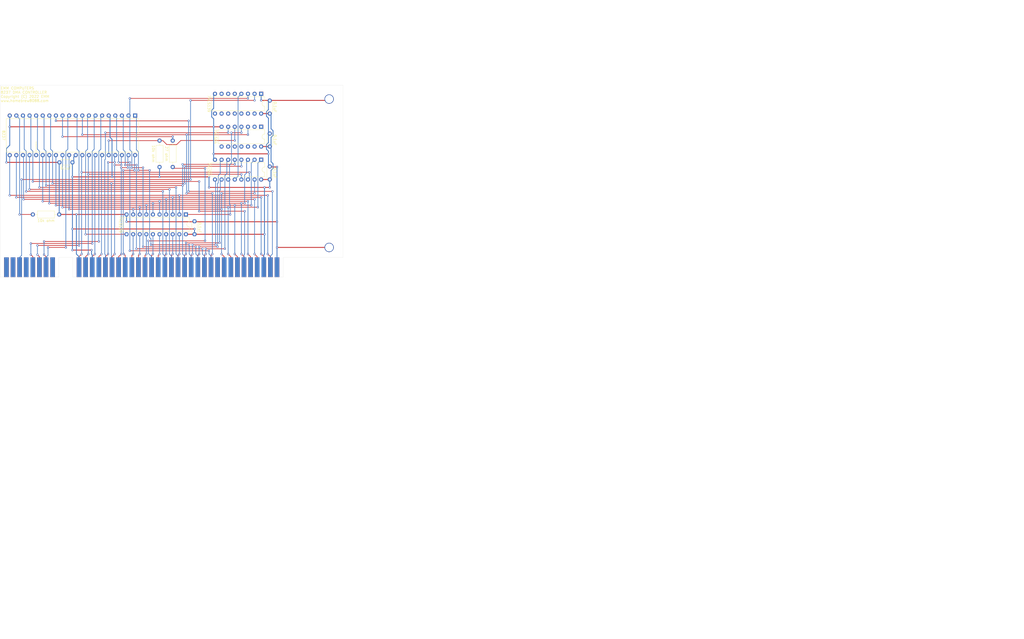
<source format=kicad_pcb>
(kicad_pcb (version 20171130) (host pcbnew "(5.1.8)-1")

  (general
    (thickness 1.6)
    (drawings 13)
    (tracks 652)
    (zones 0)
    (modules 19)
    (nets 89)
  )

  (page A4)
  (layers
    (0 F.Cu signal)
    (31 B.Cu signal)
    (32 B.Adhes user)
    (33 F.Adhes user)
    (34 B.Paste user)
    (35 F.Paste user)
    (36 B.SilkS user)
    (37 F.SilkS user)
    (38 B.Mask user)
    (39 F.Mask user)
    (40 Dwgs.User user)
    (41 Cmts.User user)
    (42 Eco1.User user)
    (43 Eco2.User user)
    (44 Edge.Cuts user)
    (45 Margin user)
    (46 B.CrtYd user)
    (47 F.CrtYd user)
    (48 B.Fab user)
    (49 F.Fab user)
  )

  (setup
    (last_trace_width 0.25)
    (trace_clearance 0.2)
    (zone_clearance 0.508)
    (zone_45_only no)
    (trace_min 0.2)
    (via_size 0.8)
    (via_drill 0.4)
    (via_min_size 0.4)
    (via_min_drill 0.3)
    (uvia_size 0.3)
    (uvia_drill 0.1)
    (uvias_allowed no)
    (uvia_min_size 0.2)
    (uvia_min_drill 0.1)
    (edge_width 0.05)
    (segment_width 0.2)
    (pcb_text_width 0.3)
    (pcb_text_size 1.5 1.5)
    (mod_edge_width 0.12)
    (mod_text_size 1 1)
    (mod_text_width 0.15)
    (pad_size 3.556 3.556)
    (pad_drill 3.048)
    (pad_to_mask_clearance 0)
    (aux_axis_origin 0 0)
    (grid_origin 161.53638 139.9286)
    (visible_elements 7FFFFFFF)
    (pcbplotparams
      (layerselection 0x010ec_ffffffff)
      (usegerberextensions false)
      (usegerberattributes false)
      (usegerberadvancedattributes true)
      (creategerberjobfile true)
      (excludeedgelayer true)
      (linewidth 0.100000)
      (plotframeref false)
      (viasonmask false)
      (mode 1)
      (useauxorigin false)
      (hpglpennumber 1)
      (hpglpenspeed 20)
      (hpglpendiameter 15.000000)
      (psnegative false)
      (psa4output false)
      (plotreference true)
      (plotvalue true)
      (plotinvisibletext false)
      (padsonsilk false)
      (subtractmaskfromsilk false)
      (outputformat 1)
      (mirror false)
      (drillshape 0)
      (scaleselection 1)
      (outputdirectory "Gerber/"))
  )

  (net 0 "")
  (net 1 /5+)
  (net 2 /GND)
  (net 3 /IRQ2)
  (net 4 /5-)
  (net 5 /DRQ2)
  (net 6 /12-)
  (net 7 /12+)
  (net 8 /DACK3)
  (net 9 /DRQ3)
  (net 10 /DACK1)
  (net 11 /DRQ1)
  (net 12 /IRQ7)
  (net 13 /IRQ6)
  (net 14 /IRQ5)
  (net 15 /IRQ4)
  (net 16 /IRQ3)
  (net 17 /DACK2)
  (net 18 /TC)
  (net 19 /ALE)
  (net 20 /CH_CK)
  (net 21 /D7)
  (net 22 /D6)
  (net 23 /D5)
  (net 24 /D4)
  (net 25 /D3)
  (net 26 /D2)
  (net 27 /D1)
  (net 28 /D0)
  (net 29 /RDY1)
  (net 30 /AEN)
  (net 31 /A19)
  (net 32 /A18)
  (net 33 /A17)
  (net 34 /A16)
  (net 35 /A15)
  (net 36 /A14)
  (net 37 /A13)
  (net 38 /A12)
  (net 39 /A11)
  (net 40 /A10)
  (net 41 /A9)
  (net 42 /A8)
  (net 43 /A7)
  (net 44 /A6)
  (net 45 /A5)
  (net 46 /A4)
  (net 47 /A3)
  (net 48 /A2)
  (net 49 /A1)
  (net 50 /A0)
  (net 51 /RESOUT)
  (net 52 /MWR)
  (net 53 /MRD)
  (net 54 /IOWR)
  (net 55 /IORD)
  (net 56 /REFRQ)
  (net 57 /NC)
  (net 58 /OSC88)
  (net 59 /CLK88)
  (net 60 /SPK_OUT)
  (net 61 /SPK_GO)
  (net 62 /HF_PCLK)
  (net 63 /DRQ0)
  (net 64 /HOLDA)
  (net 65 /HOLD)
  (net 66 /READY)
  (net 67 /RESET)
  (net 68 /NMI)
  (net 69 /IO_008X)
  (net 70 /IO_006X)
  (net 71 /IO_004X)
  (net 72 /IO_002X)
  (net 73 /IO_000X)
  (net 74 /IRQ1)
  (net 75 "Net-(J1-Pad7)")
  (net 76 /DACK0)
  (net 77 /EOP)
  (net 78 /AEN_OE)
  (net 79 /CLK88_1)
  (net 80 /ADSTB)
  (net 81 /760_EN)
  (net 82 /GND_NC)
  (net 83 /DRQ0_)
  (net 84 "Net-(U2-Pad7)")
  (net 85 "Net-(U2-Pad6)")
  (net 86 "Net-(U2-Pad5)")
  (net 87 "Net-(U3-Pad2)")
  (net 88 "Net-(U3-Pad1)")

  (net_class Default "This is the default net class."
    (clearance 0.2)
    (trace_width 0.25)
    (via_dia 0.8)
    (via_drill 0.4)
    (uvia_dia 0.3)
    (uvia_drill 0.1)
    (add_net /12+)
    (add_net /12-)
    (add_net /5+)
    (add_net /5-)
    (add_net /760_EN)
    (add_net /A0)
    (add_net /A1)
    (add_net /A10)
    (add_net /A11)
    (add_net /A12)
    (add_net /A13)
    (add_net /A14)
    (add_net /A15)
    (add_net /A16)
    (add_net /A17)
    (add_net /A18)
    (add_net /A19)
    (add_net /A2)
    (add_net /A3)
    (add_net /A4)
    (add_net /A5)
    (add_net /A6)
    (add_net /A7)
    (add_net /A8)
    (add_net /A9)
    (add_net /ADSTB)
    (add_net /AEN)
    (add_net /AEN_OE)
    (add_net /ALE)
    (add_net /CH_CK)
    (add_net /CLK88)
    (add_net /CLK88_1)
    (add_net /D0)
    (add_net /D1)
    (add_net /D2)
    (add_net /D3)
    (add_net /D4)
    (add_net /D5)
    (add_net /D6)
    (add_net /D7)
    (add_net /DACK0)
    (add_net /DACK1)
    (add_net /DACK2)
    (add_net /DACK3)
    (add_net /DRQ0)
    (add_net /DRQ0_)
    (add_net /DRQ1)
    (add_net /DRQ2)
    (add_net /DRQ3)
    (add_net /EOP)
    (add_net /GND)
    (add_net /GND_NC)
    (add_net /HF_PCLK)
    (add_net /HOLD)
    (add_net /HOLDA)
    (add_net /IORD)
    (add_net /IOWR)
    (add_net /IO_000X)
    (add_net /IO_002X)
    (add_net /IO_004X)
    (add_net /IO_006X)
    (add_net /IO_008X)
    (add_net /IRQ1)
    (add_net /IRQ2)
    (add_net /IRQ3)
    (add_net /IRQ4)
    (add_net /IRQ5)
    (add_net /IRQ6)
    (add_net /IRQ7)
    (add_net /MRD)
    (add_net /MWR)
    (add_net /NC)
    (add_net /NMI)
    (add_net /OSC88)
    (add_net /RDY1)
    (add_net /READY)
    (add_net /REFRQ)
    (add_net /RESET)
    (add_net /RESOUT)
    (add_net /SPK_GO)
    (add_net /SPK_OUT)
    (add_net /TC)
    (add_net "Net-(J1-Pad7)")
    (add_net "Net-(U2-Pad5)")
    (add_net "Net-(U2-Pad6)")
    (add_net "Net-(U2-Pad7)")
    (add_net "Net-(U3-Pad1)")
    (add_net "Net-(U3-Pad2)")
  )

  (module Resistor_THT:R_Axial_DIN0207_L6.3mm_D2.5mm_P10.16mm_Horizontal (layer F.Cu) (tedit 5AE5139B) (tstamp 623CE60D)
    (at 121.40438 81.0006 270)
    (descr "Resistor, Axial_DIN0207 series, Axial, Horizontal, pin pitch=10.16mm, 0.25W = 1/4W, length*diameter=6.3*2.5mm^2, http://cdn-reichelt.de/documents/datenblatt/B400/1_4W%23YAG.pdf")
    (tags "Resistor Axial_DIN0207 series Axial Horizontal pin pitch 10.16mm 0.25W = 1/4W length 6.3mm diameter 2.5mm")
    (path /623CE352)
    (fp_text reference R3 (at 5.08 -2.37 90) (layer F.SilkS) hide
      (effects (font (size 1 1) (thickness 0.15)))
    )
    (fp_text value "27 ohm" (at 5.08 2.37 270 unlocked) (layer F.SilkS)
      (effects (font (size 1 1) (thickness 0.15)))
    )
    (fp_line (start 11.21 -1.5) (end -1.05 -1.5) (layer F.CrtYd) (width 0.05))
    (fp_line (start 11.21 1.5) (end 11.21 -1.5) (layer F.CrtYd) (width 0.05))
    (fp_line (start -1.05 1.5) (end 11.21 1.5) (layer F.CrtYd) (width 0.05))
    (fp_line (start -1.05 -1.5) (end -1.05 1.5) (layer F.CrtYd) (width 0.05))
    (fp_line (start 9.12 0) (end 8.35 0) (layer F.SilkS) (width 0.12))
    (fp_line (start 1.04 0) (end 1.81 0) (layer F.SilkS) (width 0.12))
    (fp_line (start 8.35 -1.37) (end 1.81 -1.37) (layer F.SilkS) (width 0.12))
    (fp_line (start 8.35 1.37) (end 8.35 -1.37) (layer F.SilkS) (width 0.12))
    (fp_line (start 1.81 1.37) (end 8.35 1.37) (layer F.SilkS) (width 0.12))
    (fp_line (start 1.81 -1.37) (end 1.81 1.37) (layer F.SilkS) (width 0.12))
    (fp_line (start 10.16 0) (end 8.23 0) (layer F.Fab) (width 0.1))
    (fp_line (start 0 0) (end 1.93 0) (layer F.Fab) (width 0.1))
    (fp_line (start 8.23 -1.25) (end 1.93 -1.25) (layer F.Fab) (width 0.1))
    (fp_line (start 8.23 1.25) (end 8.23 -1.25) (layer F.Fab) (width 0.1))
    (fp_line (start 1.93 1.25) (end 8.23 1.25) (layer F.Fab) (width 0.1))
    (fp_line (start 1.93 -1.25) (end 1.93 1.25) (layer F.Fab) (width 0.1))
    (fp_text user %R (at 5.08 0 90) (layer F.Fab) hide
      (effects (font (size 1 1) (thickness 0.15)))
    )
    (pad 2 thru_hole oval (at 10.16 0 270) (size 1.6 1.6) (drill 0.8) (layers *.Cu *.Mask)
      (net 59 /CLK88))
    (pad 1 thru_hole circle (at 0 0 270) (size 1.6 1.6) (drill 0.8) (layers *.Cu *.Mask)
      (net 79 /CLK88_1))
    (model ${KISYS3DMOD}/Resistor_THT.3dshapes/R_Axial_DIN0207_L6.3mm_D2.5mm_P10.16mm_Horizontal.wrl
      (at (xyz 0 0 0))
      (scale (xyz 1 1 1))
      (rotate (xyz 0 0 0))
    )
  )

  (module Resistor_THT:R_Axial_DIN0207_L6.3mm_D2.5mm_P10.16mm_Horizontal (layer F.Cu) (tedit 5AE5139B) (tstamp 6174FA8A)
    (at 67.55638 109.4486)
    (descr "Resistor, Axial_DIN0207 series, Axial, Horizontal, pin pitch=10.16mm, 0.25W = 1/4W, length*diameter=6.3*2.5mm^2, http://cdn-reichelt.de/documents/datenblatt/B400/1_4W%23YAG.pdf")
    (tags "Resistor Axial_DIN0207 series Axial Horizontal pin pitch 10.16mm 0.25W = 1/4W length 6.3mm diameter 2.5mm")
    (path /6174F842)
    (fp_text reference R2 (at 5.08 -2.37) (layer F.SilkS) hide
      (effects (font (size 1 1) (thickness 0.15)))
    )
    (fp_text value "10k ohm" (at 5.08 2.37) (layer F.SilkS)
      (effects (font (size 1 1) (thickness 0.15)))
    )
    (fp_line (start 1.93 -1.25) (end 1.93 1.25) (layer F.Fab) (width 0.1))
    (fp_line (start 1.93 1.25) (end 8.23 1.25) (layer F.Fab) (width 0.1))
    (fp_line (start 8.23 1.25) (end 8.23 -1.25) (layer F.Fab) (width 0.1))
    (fp_line (start 8.23 -1.25) (end 1.93 -1.25) (layer F.Fab) (width 0.1))
    (fp_line (start 0 0) (end 1.93 0) (layer F.Fab) (width 0.1))
    (fp_line (start 10.16 0) (end 8.23 0) (layer F.Fab) (width 0.1))
    (fp_line (start 1.81 -1.37) (end 1.81 1.37) (layer F.SilkS) (width 0.12))
    (fp_line (start 1.81 1.37) (end 8.35 1.37) (layer F.SilkS) (width 0.12))
    (fp_line (start 8.35 1.37) (end 8.35 -1.37) (layer F.SilkS) (width 0.12))
    (fp_line (start 8.35 -1.37) (end 1.81 -1.37) (layer F.SilkS) (width 0.12))
    (fp_line (start 1.04 0) (end 1.81 0) (layer F.SilkS) (width 0.12))
    (fp_line (start 9.12 0) (end 8.35 0) (layer F.SilkS) (width 0.12))
    (fp_line (start -1.05 -1.5) (end -1.05 1.5) (layer F.CrtYd) (width 0.05))
    (fp_line (start -1.05 1.5) (end 11.21 1.5) (layer F.CrtYd) (width 0.05))
    (fp_line (start 11.21 1.5) (end 11.21 -1.5) (layer F.CrtYd) (width 0.05))
    (fp_line (start 11.21 -1.5) (end -1.05 -1.5) (layer F.CrtYd) (width 0.05))
    (fp_text user %R (at 5.08 0) (layer F.Fab) hide
      (effects (font (size 1 1) (thickness 0.15)))
    )
    (pad 2 thru_hole oval (at 10.16 0) (size 1.6 1.6) (drill 0.8) (layers *.Cu *.Mask)
      (net 2 /GND))
    (pad 1 thru_hole circle (at 0 0) (size 1.6 1.6) (drill 0.8) (layers *.Cu *.Mask)
      (net 83 /DRQ0_))
    (model ${KISYS3DMOD}/Resistor_THT.3dshapes/R_Axial_DIN0207_L6.3mm_D2.5mm_P10.16mm_Horizontal.wrl
      (at (xyz 0 0 0))
      (scale (xyz 1 1 1))
      (rotate (xyz 0 0 0))
    )
  )

  (module My:BUS_8_BIT (layer F.Cu) (tedit 5FD96B49) (tstamp 6105B733)
    (at 161.53638 125.9586 270)
    (descr "AT ISA 16 bits Bus Edge Connector")
    (tags "BUS ISA AT Edge connector")
    (path /6082C528)
    (attr virtual)
    (fp_text reference J9 (at -3.556 45.339) (layer F.SilkS) hide
      (effects (font (size 1 1) (thickness 0.15)))
    )
    (fp_text value Bus_ISA_8bit (at -1.524 45.593) (layer F.Fab) hide
      (effects (font (size 1 1) (thickness 0.15)))
    )
    (fp_line (start -2.921 -20.066) (end -2.921 -25.4) (layer F.Fab) (width 0.12))
    (fp_line (start -99.06 -25.4) (end -99.06 78.613) (layer F.Fab) (width 0.12))
    (fp_line (start 0 -25.4) (end -99.06 -25.4) (layer F.Fab) (width 0.12))
    (fp_line (start 0 -2.413) (end 0 -25.4) (layer F.Fab) (width 0.12))
    (fp_line (start 0 -2.413) (end 7.62 -2.413) (layer F.Fab) (width 0.12))
    (fp_line (start 0 78.613) (end 7.62 78.613) (layer F.Fab) (width 0.12))
    (fp_line (start 7.62 78.486) (end 7.62 78.613) (layer F.Fab) (width 0.12))
    (fp_line (start 7.62 -2.413) (end 7.62 78.486) (layer F.Fab) (width 0.12))
    (fp_text user %R (at 3.175 64.77) (layer F.Fab) hide
      (effects (font (size 1 1) (thickness 0.15)))
    )
    (pad 62 connect rect (at 3.81 76.2) (size 1.78 7.62) (layers F.Cu F.Mask)
      (net 50 /A0))
    (pad 61 connect rect (at 3.81 73.66) (size 1.78 7.62) (layers F.Cu F.Mask)
      (net 49 /A1))
    (pad 60 connect rect (at 3.81 71.12) (size 1.78 7.62) (layers F.Cu F.Mask)
      (net 48 /A2))
    (pad 59 connect rect (at 3.81 68.58) (size 1.78 7.62) (layers F.Cu F.Mask)
      (net 47 /A3))
    (pad 58 connect rect (at 3.81 66.04) (size 1.78 7.62) (layers F.Cu F.Mask)
      (net 46 /A4))
    (pad 57 connect rect (at 3.81 63.5) (size 1.78 7.62) (layers F.Cu F.Mask)
      (net 45 /A5))
    (pad 56 connect rect (at 3.81 60.96) (size 1.78 7.62) (layers F.Cu F.Mask)
      (net 44 /A6))
    (pad 55 connect rect (at 3.81 58.42) (size 1.78 7.62) (layers F.Cu F.Mask)
      (net 43 /A7))
    (pad 54 connect rect (at 3.81 55.88) (size 1.78 7.62) (layers F.Cu F.Mask)
      (net 42 /A8))
    (pad 53 connect rect (at 3.81 53.34) (size 1.78 7.62) (layers F.Cu F.Mask)
      (net 41 /A9))
    (pad 52 connect rect (at 3.81 50.8) (size 1.78 7.62) (layers F.Cu F.Mask)
      (net 40 /A10))
    (pad 51 connect rect (at 3.81 48.26) (size 1.78 7.62) (layers F.Cu F.Mask)
      (net 39 /A11))
    (pad 50 connect rect (at 3.81 45.72) (size 1.78 7.62) (layers F.Cu F.Mask)
      (net 38 /A12))
    (pad 49 connect rect (at 3.81 43.18) (size 1.78 7.62) (layers F.Cu F.Mask)
      (net 37 /A13))
    (pad 48 connect rect (at 3.81 40.64) (size 1.78 7.62) (layers F.Cu F.Mask)
      (net 36 /A14))
    (pad 47 connect rect (at 3.81 38.1) (size 1.78 7.62) (layers F.Cu F.Mask)
      (net 35 /A15))
    (pad 46 connect rect (at 3.81 35.56) (size 1.78 7.62) (layers F.Cu F.Mask)
      (net 34 /A16))
    (pad 45 connect rect (at 3.81 33.02) (size 1.78 7.62) (layers F.Cu F.Mask)
      (net 33 /A17))
    (pad 44 connect rect (at 3.81 30.48) (size 1.78 7.62) (layers F.Cu F.Mask)
      (net 32 /A18))
    (pad 43 connect rect (at 3.81 27.94) (size 1.78 7.62) (layers F.Cu F.Mask)
      (net 31 /A19))
    (pad 42 connect rect (at 3.81 25.4) (size 1.78 7.62) (layers F.Cu F.Mask)
      (net 30 /AEN))
    (pad 41 connect rect (at 3.81 22.86) (size 1.78 7.62) (layers F.Cu F.Mask)
      (net 29 /RDY1))
    (pad 40 connect rect (at 3.81 20.32) (size 1.78 7.62) (layers F.Cu F.Mask)
      (net 28 /D0))
    (pad 39 connect rect (at 3.81 17.78) (size 1.78 7.62) (layers F.Cu F.Mask)
      (net 27 /D1))
    (pad 38 connect rect (at 3.81 15.24) (size 1.78 7.62) (layers F.Cu F.Mask)
      (net 26 /D2))
    (pad 37 connect rect (at 3.81 12.7) (size 1.78 7.62) (layers F.Cu F.Mask)
      (net 25 /D3))
    (pad 36 connect rect (at 3.81 10.16) (size 1.78 7.62) (layers F.Cu F.Mask)
      (net 24 /D4))
    (pad 35 connect rect (at 3.81 7.62) (size 1.78 7.62) (layers F.Cu F.Mask)
      (net 23 /D5))
    (pad 34 connect rect (at 3.81 5.08) (size 1.78 7.62) (layers F.Cu F.Mask)
      (net 22 /D6))
    (pad 33 connect rect (at 3.81 2.54) (size 1.78 7.62) (layers F.Cu F.Mask)
      (net 21 /D7))
    (pad 32 connect rect (at 3.81 0) (size 1.78 7.62) (layers F.Cu F.Mask)
      (net 20 /CH_CK))
    (pad 31 connect rect (at 3.81 76.2) (size 1.78 7.62) (layers B.Cu B.Mask)
      (net 2 /GND))
    (pad 30 connect rect (at 3.81 73.66) (size 1.78 7.62) (layers B.Cu B.Mask)
      (net 58 /OSC88))
    (pad 29 connect rect (at 3.81 71.12) (size 1.78 7.62) (layers B.Cu B.Mask)
      (net 1 /5+))
    (pad 28 connect rect (at 3.81 68.58) (size 1.78 7.62) (layers B.Cu B.Mask)
      (net 19 /ALE))
    (pad 27 connect rect (at 3.81 66.04) (size 1.78 7.62) (layers B.Cu B.Mask)
      (net 18 /TC))
    (pad 26 connect rect (at 3.81 63.5) (size 1.78 7.62) (layers B.Cu B.Mask)
      (net 17 /DACK2))
    (pad 25 connect rect (at 3.81 60.96) (size 1.78 7.62) (layers B.Cu B.Mask)
      (net 16 /IRQ3))
    (pad 24 connect rect (at 3.81 58.42) (size 1.78 7.62) (layers B.Cu B.Mask)
      (net 15 /IRQ4))
    (pad 23 connect rect (at 3.81 55.88) (size 1.78 7.62) (layers B.Cu B.Mask)
      (net 14 /IRQ5))
    (pad 22 connect rect (at 3.81 53.34) (size 1.78 7.62) (layers B.Cu B.Mask)
      (net 13 /IRQ6))
    (pad 21 connect rect (at 3.81 50.8) (size 1.78 7.62) (layers B.Cu B.Mask)
      (net 12 /IRQ7))
    (pad 20 connect rect (at 3.81 48.26) (size 1.78 7.62) (layers B.Cu B.Mask)
      (net 59 /CLK88))
    (pad 19 connect rect (at 3.81 45.72) (size 1.78 7.62) (layers B.Cu B.Mask)
      (net 56 /REFRQ))
    (pad 18 connect rect (at 3.81 43.18) (size 1.78 7.62) (layers B.Cu B.Mask)
      (net 11 /DRQ1))
    (pad 17 connect rect (at 3.81 40.64) (size 1.78 7.62) (layers B.Cu B.Mask)
      (net 10 /DACK1))
    (pad 16 connect rect (at 3.81 38.1) (size 1.78 7.62) (layers B.Cu B.Mask)
      (net 9 /DRQ3))
    (pad 15 connect rect (at 3.81 35.56) (size 1.78 7.62) (layers B.Cu B.Mask)
      (net 8 /DACK3))
    (pad 14 connect rect (at 3.81 33.02) (size 1.78 7.62) (layers B.Cu B.Mask)
      (net 55 /IORD))
    (pad 13 connect rect (at 3.81 30.48) (size 1.78 7.62) (layers B.Cu B.Mask)
      (net 54 /IOWR))
    (pad 12 connect rect (at 3.81 27.94) (size 1.78 7.62) (layers B.Cu B.Mask)
      (net 53 /MRD))
    (pad 11 connect rect (at 3.81 25.4) (size 1.78 7.62) (layers B.Cu B.Mask)
      (net 52 /MWR))
    (pad 10 connect rect (at 3.81 22.86) (size 1.78 7.62) (layers B.Cu B.Mask)
      (net 82 /GND_NC))
    (pad 9 connect rect (at 3.81 20.32) (size 1.78 7.62) (layers B.Cu B.Mask)
      (net 7 /12+))
    (pad 8 connect rect (at 3.81 17.78) (size 1.78 7.62) (layers B.Cu B.Mask)
      (net 57 /NC))
    (pad 7 connect rect (at 3.81 15.24) (size 1.78 7.62) (layers B.Cu B.Mask)
      (net 6 /12-))
    (pad 6 connect rect (at 3.81 12.7) (size 1.78 7.62) (layers B.Cu B.Mask)
      (net 5 /DRQ2))
    (pad 5 connect rect (at 3.81 10.16) (size 1.78 7.62) (layers B.Cu B.Mask)
      (net 4 /5-))
    (pad 4 connect rect (at 3.81 7.62) (size 1.78 7.62) (layers B.Cu B.Mask)
      (net 3 /IRQ2))
    (pad 3 connect rect (at 3.81 5.08) (size 1.78 7.62) (layers B.Cu B.Mask)
      (net 1 /5+))
    (pad 2 connect rect (at 3.81 2.54) (size 1.78 7.62) (layers B.Cu B.Mask)
      (net 51 /RESOUT))
    (pad 1 connect rect (at 3.81 0) (size 1.78 7.62) (layers B.Cu B.Mask)
      (net 2 /GND))
  )

  (module Package_DIP:DIP-16_W7.62mm (layer F.Cu) (tedit 5A02E8C5) (tstamp 6146479B)
    (at 155.44038 62.9666 270)
    (descr "16-lead though-hole mounted DIP package, row spacing 7.62 mm (300 mils)")
    (tags "THT DIP DIL PDIP 2.54mm 7.62mm 300mil")
    (path /61463DE3)
    (fp_text reference U2 (at 3.81 -2.33 90) (layer F.SilkS) hide
      (effects (font (size 1 1) (thickness 0.15)))
    )
    (fp_text value 74LS139 (at 3.81 20.11 270 unlocked) (layer F.SilkS)
      (effects (font (size 1 1) (thickness 0.15)))
    )
    (fp_line (start 8.7 -1.55) (end -1.1 -1.55) (layer F.CrtYd) (width 0.05))
    (fp_line (start 8.7 19.3) (end 8.7 -1.55) (layer F.CrtYd) (width 0.05))
    (fp_line (start -1.1 19.3) (end 8.7 19.3) (layer F.CrtYd) (width 0.05))
    (fp_line (start -1.1 -1.55) (end -1.1 19.3) (layer F.CrtYd) (width 0.05))
    (fp_line (start 6.46 -1.33) (end 4.81 -1.33) (layer F.SilkS) (width 0.12))
    (fp_line (start 6.46 19.11) (end 6.46 -1.33) (layer F.SilkS) (width 0.12))
    (fp_line (start 1.16 19.11) (end 6.46 19.11) (layer F.SilkS) (width 0.12))
    (fp_line (start 1.16 -1.33) (end 1.16 19.11) (layer F.SilkS) (width 0.12))
    (fp_line (start 2.81 -1.33) (end 1.16 -1.33) (layer F.SilkS) (width 0.12))
    (fp_line (start 0.635 -0.27) (end 1.635 -1.27) (layer F.Fab) (width 0.1))
    (fp_line (start 0.635 19.05) (end 0.635 -0.27) (layer F.Fab) (width 0.1))
    (fp_line (start 6.985 19.05) (end 0.635 19.05) (layer F.Fab) (width 0.1))
    (fp_line (start 6.985 -1.27) (end 6.985 19.05) (layer F.Fab) (width 0.1))
    (fp_line (start 1.635 -1.27) (end 6.985 -1.27) (layer F.Fab) (width 0.1))
    (fp_text user %R (at 3.81 8.89 90) (layer F.Fab) hide
      (effects (font (size 1 1) (thickness 0.15)))
    )
    (fp_arc (start 3.81 -1.33) (end 2.81 -1.33) (angle -180) (layer F.SilkS) (width 0.12))
    (pad 16 thru_hole oval (at 7.62 0 270) (size 1.6 1.6) (drill 0.8) (layers *.Cu *.Mask)
      (net 1 /5+))
    (pad 8 thru_hole oval (at 0 17.78 270) (size 1.6 1.6) (drill 0.8) (layers *.Cu *.Mask)
      (net 2 /GND))
    (pad 15 thru_hole oval (at 7.62 2.54 270) (size 1.6 1.6) (drill 0.8) (layers *.Cu *.Mask))
    (pad 7 thru_hole oval (at 0 15.24 270) (size 1.6 1.6) (drill 0.8) (layers *.Cu *.Mask)
      (net 84 "Net-(U2-Pad7)"))
    (pad 14 thru_hole oval (at 7.62 5.08 270) (size 1.6 1.6) (drill 0.8) (layers *.Cu *.Mask))
    (pad 6 thru_hole oval (at 0 12.7 270) (size 1.6 1.6) (drill 0.8) (layers *.Cu *.Mask)
      (net 85 "Net-(U2-Pad6)"))
    (pad 13 thru_hole oval (at 7.62 7.62 270) (size 1.6 1.6) (drill 0.8) (layers *.Cu *.Mask))
    (pad 5 thru_hole oval (at 0 10.16 270) (size 1.6 1.6) (drill 0.8) (layers *.Cu *.Mask)
      (net 86 "Net-(U2-Pad5)"))
    (pad 12 thru_hole oval (at 7.62 10.16 270) (size 1.6 1.6) (drill 0.8) (layers *.Cu *.Mask))
    (pad 4 thru_hole oval (at 0 7.62 270) (size 1.6 1.6) (drill 0.8) (layers *.Cu *.Mask)
      (net 81 /760_EN))
    (pad 11 thru_hole oval (at 7.62 12.7 270) (size 1.6 1.6) (drill 0.8) (layers *.Cu *.Mask))
    (pad 3 thru_hole oval (at 0 5.08 270) (size 1.6 1.6) (drill 0.8) (layers *.Cu *.Mask)
      (net 54 /IOWR))
    (pad 10 thru_hole oval (at 7.62 15.24 270) (size 1.6 1.6) (drill 0.8) (layers *.Cu *.Mask))
    (pad 2 thru_hole oval (at 0 2.54 270) (size 1.6 1.6) (drill 0.8) (layers *.Cu *.Mask)
      (net 69 /IO_008X))
    (pad 9 thru_hole oval (at 7.62 17.78 270) (size 1.6 1.6) (drill 0.8) (layers *.Cu *.Mask))
    (pad 1 thru_hole rect (at 0 0 270) (size 1.6 1.6) (drill 0.8) (layers *.Cu *.Mask)
      (net 2 /GND))
    (model ${KISYS3DMOD}/Package_DIP.3dshapes/DIP-16_W7.62mm.wrl
      (at (xyz 0 0 0))
      (scale (xyz 1 1 1))
      (rotate (xyz 0 0 0))
    )
  )

  (module Package_DIP:DIP-40_W15.24mm (layer F.Cu) (tedit 5A02E8C5) (tstamp 61464777)
    (at 106.92638 71.3486 270)
    (descr "40-lead though-hole mounted DIP package, row spacing 15.24 mm (600 mils)")
    (tags "THT DIP DIL PDIP 2.54mm 15.24mm 600mil")
    (path /61463853)
    (fp_text reference U1 (at 7.62 -2.33 90) (layer F.SilkS) hide
      (effects (font (size 1 1) (thickness 0.15)))
    )
    (fp_text value 8237 (at 7.62 50.59 270 unlocked) (layer F.SilkS)
      (effects (font (size 1 1) (thickness 0.15)))
    )
    (fp_line (start 16.3 -1.55) (end -1.05 -1.55) (layer F.CrtYd) (width 0.05))
    (fp_line (start 16.3 49.8) (end 16.3 -1.55) (layer F.CrtYd) (width 0.05))
    (fp_line (start -1.05 49.8) (end 16.3 49.8) (layer F.CrtYd) (width 0.05))
    (fp_line (start -1.05 -1.55) (end -1.05 49.8) (layer F.CrtYd) (width 0.05))
    (fp_line (start 14.08 -1.33) (end 8.62 -1.33) (layer F.SilkS) (width 0.12))
    (fp_line (start 14.08 49.59) (end 14.08 -1.33) (layer F.SilkS) (width 0.12))
    (fp_line (start 1.16 49.59) (end 14.08 49.59) (layer F.SilkS) (width 0.12))
    (fp_line (start 1.16 -1.33) (end 1.16 49.59) (layer F.SilkS) (width 0.12))
    (fp_line (start 6.62 -1.33) (end 1.16 -1.33) (layer F.SilkS) (width 0.12))
    (fp_line (start 0.255 -0.27) (end 1.255 -1.27) (layer F.Fab) (width 0.1))
    (fp_line (start 0.255 49.53) (end 0.255 -0.27) (layer F.Fab) (width 0.1))
    (fp_line (start 14.985 49.53) (end 0.255 49.53) (layer F.Fab) (width 0.1))
    (fp_line (start 14.985 -1.27) (end 14.985 49.53) (layer F.Fab) (width 0.1))
    (fp_line (start 1.255 -1.27) (end 14.985 -1.27) (layer F.Fab) (width 0.1))
    (fp_text user %R (at 7.62 24.13 90) (layer F.Fab) hide
      (effects (font (size 1 1) (thickness 0.15)))
    )
    (fp_arc (start 7.62 -1.33) (end 6.62 -1.33) (angle -180) (layer F.SilkS) (width 0.12))
    (pad 40 thru_hole oval (at 15.24 0 270) (size 1.6 1.6) (drill 0.8) (layers *.Cu *.Mask)
      (net 43 /A7))
    (pad 20 thru_hole oval (at 0 48.26 270) (size 1.6 1.6) (drill 0.8) (layers *.Cu *.Mask)
      (net 2 /GND))
    (pad 39 thru_hole oval (at 15.24 2.54 270) (size 1.6 1.6) (drill 0.8) (layers *.Cu *.Mask)
      (net 44 /A6))
    (pad 19 thru_hole oval (at 0 45.72 270) (size 1.6 1.6) (drill 0.8) (layers *.Cu *.Mask)
      (net 83 /DRQ0_))
    (pad 38 thru_hole oval (at 15.24 5.08 270) (size 1.6 1.6) (drill 0.8) (layers *.Cu *.Mask)
      (net 45 /A5))
    (pad 18 thru_hole oval (at 0 43.18 270) (size 1.6 1.6) (drill 0.8) (layers *.Cu *.Mask)
      (net 11 /DRQ1))
    (pad 37 thru_hole oval (at 15.24 7.62 270) (size 1.6 1.6) (drill 0.8) (layers *.Cu *.Mask)
      (net 46 /A4))
    (pad 17 thru_hole oval (at 0 40.64 270) (size 1.6 1.6) (drill 0.8) (layers *.Cu *.Mask)
      (net 5 /DRQ2))
    (pad 36 thru_hole oval (at 15.24 10.16 270) (size 1.6 1.6) (drill 0.8) (layers *.Cu *.Mask)
      (net 77 /EOP))
    (pad 16 thru_hole oval (at 0 38.1 270) (size 1.6 1.6) (drill 0.8) (layers *.Cu *.Mask)
      (net 9 /DRQ3))
    (pad 35 thru_hole oval (at 15.24 12.7 270) (size 1.6 1.6) (drill 0.8) (layers *.Cu *.Mask)
      (net 47 /A3))
    (pad 15 thru_hole oval (at 0 35.56 270) (size 1.6 1.6) (drill 0.8) (layers *.Cu *.Mask)
      (net 8 /DACK3))
    (pad 34 thru_hole oval (at 15.24 15.24 270) (size 1.6 1.6) (drill 0.8) (layers *.Cu *.Mask)
      (net 48 /A2))
    (pad 14 thru_hole oval (at 0 33.02 270) (size 1.6 1.6) (drill 0.8) (layers *.Cu *.Mask)
      (net 17 /DACK2))
    (pad 33 thru_hole oval (at 15.24 17.78 270) (size 1.6 1.6) (drill 0.8) (layers *.Cu *.Mask)
      (net 49 /A1))
    (pad 13 thru_hole oval (at 0 30.48 270) (size 1.6 1.6) (drill 0.8) (layers *.Cu *.Mask)
      (net 51 /RESOUT))
    (pad 32 thru_hole oval (at 15.24 20.32 270) (size 1.6 1.6) (drill 0.8) (layers *.Cu *.Mask)
      (net 50 /A0))
    (pad 12 thru_hole oval (at 0 27.94 270) (size 1.6 1.6) (drill 0.8) (layers *.Cu *.Mask)
      (net 79 /CLK88_1))
    (pad 31 thru_hole oval (at 15.24 22.86 270) (size 1.6 1.6) (drill 0.8) (layers *.Cu *.Mask)
      (net 1 /5+))
    (pad 11 thru_hole oval (at 0 25.4 270) (size 1.6 1.6) (drill 0.8) (layers *.Cu *.Mask)
      (net 73 /IO_000X))
    (pad 30 thru_hole oval (at 15.24 25.4 270) (size 1.6 1.6) (drill 0.8) (layers *.Cu *.Mask)
      (net 28 /D0))
    (pad 10 thru_hole oval (at 0 22.86 270) (size 1.6 1.6) (drill 0.8) (layers *.Cu *.Mask)
      (net 65 /HOLD))
    (pad 29 thru_hole oval (at 15.24 27.94 270) (size 1.6 1.6) (drill 0.8) (layers *.Cu *.Mask)
      (net 27 /D1))
    (pad 9 thru_hole oval (at 0 20.32 270) (size 1.6 1.6) (drill 0.8) (layers *.Cu *.Mask)
      (net 30 /AEN))
    (pad 28 thru_hole oval (at 15.24 30.48 270) (size 1.6 1.6) (drill 0.8) (layers *.Cu *.Mask)
      (net 26 /D2))
    (pad 8 thru_hole oval (at 0 17.78 270) (size 1.6 1.6) (drill 0.8) (layers *.Cu *.Mask)
      (net 80 /ADSTB))
    (pad 27 thru_hole oval (at 15.24 33.02 270) (size 1.6 1.6) (drill 0.8) (layers *.Cu *.Mask)
      (net 25 /D3))
    (pad 7 thru_hole oval (at 0 15.24 270) (size 1.6 1.6) (drill 0.8) (layers *.Cu *.Mask)
      (net 64 /HOLDA))
    (pad 26 thru_hole oval (at 15.24 35.56 270) (size 1.6 1.6) (drill 0.8) (layers *.Cu *.Mask)
      (net 24 /D4))
    (pad 6 thru_hole oval (at 0 12.7 270) (size 1.6 1.6) (drill 0.8) (layers *.Cu *.Mask)
      (net 66 /READY))
    (pad 25 thru_hole oval (at 15.24 38.1 270) (size 1.6 1.6) (drill 0.8) (layers *.Cu *.Mask)
      (net 76 /DACK0))
    (pad 5 thru_hole oval (at 0 10.16 270) (size 1.6 1.6) (drill 0.8) (layers *.Cu *.Mask)
      (net 1 /5+))
    (pad 24 thru_hole oval (at 15.24 40.64 270) (size 1.6 1.6) (drill 0.8) (layers *.Cu *.Mask)
      (net 10 /DACK1))
    (pad 4 thru_hole oval (at 0 7.62 270) (size 1.6 1.6) (drill 0.8) (layers *.Cu *.Mask)
      (net 52 /MWR))
    (pad 23 thru_hole oval (at 15.24 43.18 270) (size 1.6 1.6) (drill 0.8) (layers *.Cu *.Mask)
      (net 23 /D5))
    (pad 3 thru_hole oval (at 0 5.08 270) (size 1.6 1.6) (drill 0.8) (layers *.Cu *.Mask)
      (net 53 /MRD))
    (pad 22 thru_hole oval (at 15.24 45.72 270) (size 1.6 1.6) (drill 0.8) (layers *.Cu *.Mask)
      (net 22 /D6))
    (pad 2 thru_hole oval (at 0 2.54 270) (size 1.6 1.6) (drill 0.8) (layers *.Cu *.Mask)
      (net 54 /IOWR))
    (pad 21 thru_hole oval (at 15.24 48.26 270) (size 1.6 1.6) (drill 0.8) (layers *.Cu *.Mask)
      (net 21 /D7))
    (pad 1 thru_hole rect (at 0 0 270) (size 1.6 1.6) (drill 0.8) (layers *.Cu *.Mask)
      (net 55 /IORD))
    (model ${KISYS3DMOD}/Package_DIP.3dshapes/DIP-40_W15.24mm.wrl
      (at (xyz 0 0 0))
      (scale (xyz 1 1 1))
      (rotate (xyz 0 0 0))
    )
  )

  (module Package_DIP:DIP-16_W7.62mm (layer F.Cu) (tedit 5A02E8C5) (tstamp 6146473B)
    (at 155.44038 88.3666 270)
    (descr "16-lead though-hole mounted DIP package, row spacing 7.62 mm (300 mils)")
    (tags "THT DIP DIL PDIP 2.54mm 7.62mm 300mil")
    (path /610632BC)
    (fp_text reference U4 (at 3.81 -2.33 90) (layer F.SilkS) hide
      (effects (font (size 1 1) (thickness 0.15)))
    )
    (fp_text value 74LS04 (at 3.81 20.11 270 unlocked) (layer F.SilkS)
      (effects (font (size 1 1) (thickness 0.15)))
    )
    (fp_line (start 8.7 -1.55) (end -1.1 -1.55) (layer F.CrtYd) (width 0.05))
    (fp_line (start 8.7 19.3) (end 8.7 -1.55) (layer F.CrtYd) (width 0.05))
    (fp_line (start -1.1 19.3) (end 8.7 19.3) (layer F.CrtYd) (width 0.05))
    (fp_line (start -1.1 -1.55) (end -1.1 19.3) (layer F.CrtYd) (width 0.05))
    (fp_line (start 6.46 -1.33) (end 4.81 -1.33) (layer F.SilkS) (width 0.12))
    (fp_line (start 6.46 19.11) (end 6.46 -1.33) (layer F.SilkS) (width 0.12))
    (fp_line (start 1.16 19.11) (end 6.46 19.11) (layer F.SilkS) (width 0.12))
    (fp_line (start 1.16 -1.33) (end 1.16 19.11) (layer F.SilkS) (width 0.12))
    (fp_line (start 2.81 -1.33) (end 1.16 -1.33) (layer F.SilkS) (width 0.12))
    (fp_line (start 0.635 -0.27) (end 1.635 -1.27) (layer F.Fab) (width 0.1))
    (fp_line (start 0.635 19.05) (end 0.635 -0.27) (layer F.Fab) (width 0.1))
    (fp_line (start 6.985 19.05) (end 0.635 19.05) (layer F.Fab) (width 0.1))
    (fp_line (start 6.985 -1.27) (end 6.985 19.05) (layer F.Fab) (width 0.1))
    (fp_line (start 1.635 -1.27) (end 6.985 -1.27) (layer F.Fab) (width 0.1))
    (fp_text user %R (at 3.81 8.89 90) (layer F.Fab) hide
      (effects (font (size 1 1) (thickness 0.15)))
    )
    (fp_arc (start 3.81 -1.33) (end 2.81 -1.33) (angle -180) (layer F.SilkS) (width 0.12))
    (pad 16 thru_hole oval (at 7.62 0 270) (size 1.6 1.6) (drill 0.8) (layers *.Cu *.Mask)
      (net 1 /5+))
    (pad 8 thru_hole oval (at 0 17.78 270) (size 1.6 1.6) (drill 0.8) (layers *.Cu *.Mask)
      (net 2 /GND))
    (pad 15 thru_hole oval (at 7.62 2.54 270) (size 1.6 1.6) (drill 0.8) (layers *.Cu *.Mask)
      (net 28 /D0))
    (pad 7 thru_hole oval (at 0 15.24 270) (size 1.6 1.6) (drill 0.8) (layers *.Cu *.Mask)
      (net 32 /A18))
    (pad 14 thru_hole oval (at 7.62 5.08 270) (size 1.6 1.6) (drill 0.8) (layers *.Cu *.Mask)
      (net 50 /A0))
    (pad 6 thru_hole oval (at 0 12.7 270) (size 1.6 1.6) (drill 0.8) (layers *.Cu *.Mask)
      (net 31 /A19))
    (pad 13 thru_hole oval (at 7.62 7.62 270) (size 1.6 1.6) (drill 0.8) (layers *.Cu *.Mask)
      (net 49 /A1))
    (pad 5 thru_hole oval (at 0 10.16 270) (size 1.6 1.6) (drill 0.8) (layers *.Cu *.Mask)
      (net 8 /DACK3))
    (pad 12 thru_hole oval (at 7.62 10.16 270) (size 1.6 1.6) (drill 0.8) (layers *.Cu *.Mask)
      (net 81 /760_EN))
    (pad 4 thru_hole oval (at 0 7.62 270) (size 1.6 1.6) (drill 0.8) (layers *.Cu *.Mask)
      (net 17 /DACK2))
    (pad 11 thru_hole oval (at 7.62 12.7 270) (size 1.6 1.6) (drill 0.8) (layers *.Cu *.Mask)
      (net 78 /AEN_OE))
    (pad 3 thru_hole oval (at 0 5.08 270) (size 1.6 1.6) (drill 0.8) (layers *.Cu *.Mask)
      (net 25 /D3))
    (pad 10 thru_hole oval (at 7.62 15.24 270) (size 1.6 1.6) (drill 0.8) (layers *.Cu *.Mask)
      (net 34 /A16))
    (pad 2 thru_hole oval (at 0 2.54 270) (size 1.6 1.6) (drill 0.8) (layers *.Cu *.Mask)
      (net 26 /D2))
    (pad 9 thru_hole oval (at 7.62 17.78 270) (size 1.6 1.6) (drill 0.8) (layers *.Cu *.Mask)
      (net 33 /A17))
    (pad 1 thru_hole rect (at 0 0 270) (size 1.6 1.6) (drill 0.8) (layers *.Cu *.Mask)
      (net 27 /D1))
    (model ${KISYS3DMOD}/Package_DIP.3dshapes/DIP-16_W7.62mm.wrl
      (at (xyz 0 0 0))
      (scale (xyz 1 1 1))
      (rotate (xyz 0 0 0))
    )
  )

  (module Package_DIP:DIP-14_W7.62mm (layer F.Cu) (tedit 5A02E8C5) (tstamp 614646C9)
    (at 155.44038 75.6666 270)
    (descr "14-lead though-hole mounted DIP package, row spacing 7.62 mm (300 mils)")
    (tags "THT DIP DIL PDIP 2.54mm 7.62mm 300mil")
    (path /61470FF9)
    (fp_text reference U3 (at 3.81 -2.33 90) (layer F.SilkS) hide
      (effects (font (size 1 1) (thickness 0.15)))
    )
    (fp_text value 74LS04 (at 3.81 17.57 270 unlocked) (layer F.SilkS)
      (effects (font (size 1 1) (thickness 0.15)))
    )
    (fp_line (start 8.7 -1.55) (end -1.1 -1.55) (layer F.CrtYd) (width 0.05))
    (fp_line (start 8.7 16.8) (end 8.7 -1.55) (layer F.CrtYd) (width 0.05))
    (fp_line (start -1.1 16.8) (end 8.7 16.8) (layer F.CrtYd) (width 0.05))
    (fp_line (start -1.1 -1.55) (end -1.1 16.8) (layer F.CrtYd) (width 0.05))
    (fp_line (start 6.46 -1.33) (end 4.81 -1.33) (layer F.SilkS) (width 0.12))
    (fp_line (start 6.46 16.57) (end 6.46 -1.33) (layer F.SilkS) (width 0.12))
    (fp_line (start 1.16 16.57) (end 6.46 16.57) (layer F.SilkS) (width 0.12))
    (fp_line (start 1.16 -1.33) (end 1.16 16.57) (layer F.SilkS) (width 0.12))
    (fp_line (start 2.81 -1.33) (end 1.16 -1.33) (layer F.SilkS) (width 0.12))
    (fp_line (start 0.635 -0.27) (end 1.635 -1.27) (layer F.Fab) (width 0.1))
    (fp_line (start 0.635 16.51) (end 0.635 -0.27) (layer F.Fab) (width 0.1))
    (fp_line (start 6.985 16.51) (end 0.635 16.51) (layer F.Fab) (width 0.1))
    (fp_line (start 6.985 -1.27) (end 6.985 16.51) (layer F.Fab) (width 0.1))
    (fp_line (start 1.635 -1.27) (end 6.985 -1.27) (layer F.Fab) (width 0.1))
    (fp_text user %R (at 3.81 7.62 90) (layer F.Fab) hide
      (effects (font (size 1 1) (thickness 0.15)))
    )
    (fp_arc (start 3.81 -1.33) (end 2.81 -1.33) (angle -180) (layer F.SilkS) (width 0.12))
    (pad 14 thru_hole oval (at 7.62 0 270) (size 1.6 1.6) (drill 0.8) (layers *.Cu *.Mask)
      (net 1 /5+))
    (pad 7 thru_hole oval (at 0 15.24 270) (size 1.6 1.6) (drill 0.8) (layers *.Cu *.Mask)
      (net 2 /GND))
    (pad 13 thru_hole oval (at 7.62 2.54 270) (size 1.6 1.6) (drill 0.8) (layers *.Cu *.Mask))
    (pad 6 thru_hole oval (at 0 12.7 270) (size 1.6 1.6) (drill 0.8) (layers *.Cu *.Mask)
      (net 18 /TC))
    (pad 12 thru_hole oval (at 7.62 5.08 270) (size 1.6 1.6) (drill 0.8) (layers *.Cu *.Mask))
    (pad 5 thru_hole oval (at 0 10.16 270) (size 1.6 1.6) (drill 0.8) (layers *.Cu *.Mask)
      (net 77 /EOP))
    (pad 11 thru_hole oval (at 7.62 7.62 270) (size 1.6 1.6) (drill 0.8) (layers *.Cu *.Mask))
    (pad 4 thru_hole oval (at 0 7.62 270) (size 1.6 1.6) (drill 0.8) (layers *.Cu *.Mask)
      (net 78 /AEN_OE))
    (pad 10 thru_hole oval (at 7.62 10.16 270) (size 1.6 1.6) (drill 0.8) (layers *.Cu *.Mask))
    (pad 3 thru_hole oval (at 0 5.08 270) (size 1.6 1.6) (drill 0.8) (layers *.Cu *.Mask)
      (net 30 /AEN))
    (pad 9 thru_hole oval (at 7.62 12.7 270) (size 1.6 1.6) (drill 0.8) (layers *.Cu *.Mask))
    (pad 2 thru_hole oval (at 0 2.54 270) (size 1.6 1.6) (drill 0.8) (layers *.Cu *.Mask)
      (net 87 "Net-(U3-Pad2)"))
    (pad 8 thru_hole oval (at 7.62 15.24 270) (size 1.6 1.6) (drill 0.8) (layers *.Cu *.Mask))
    (pad 1 thru_hole rect (at 0 0 270) (size 1.6 1.6) (drill 0.8) (layers *.Cu *.Mask)
      (net 88 "Net-(U3-Pad1)"))
    (model ${KISYS3DMOD}/Package_DIP.3dshapes/DIP-14_W7.62mm.wrl
      (at (xyz 0 0 0))
      (scale (xyz 1 1 1))
      (rotate (xyz 0 0 0))
    )
  )

  (module Resistor_THT:R_Axial_DIN0207_L6.3mm_D2.5mm_P10.16mm_Horizontal (layer F.Cu) (tedit 5AE5139B) (tstamp 614646A7)
    (at 116.32438 81.0006 270)
    (descr "Resistor, Axial_DIN0207 series, Axial, Horizontal, pin pitch=10.16mm, 0.25W = 1/4W, length*diameter=6.3*2.5mm^2, http://cdn-reichelt.de/documents/datenblatt/B400/1_4W%23YAG.pdf")
    (tags "Resistor Axial_DIN0207 series Axial Horizontal pin pitch 10.16mm 0.25W = 1/4W length 6.3mm diameter 2.5mm")
    (path /6146BFF5)
    (fp_text reference R1 (at 5.08 -2.37 90) (layer F.SilkS) hide
      (effects (font (size 1 1) (thickness 0.15)))
    )
    (fp_text value "10k ohm" (at 5.08 2.37 270 unlocked) (layer F.SilkS)
      (effects (font (size 1 1) (thickness 0.15)))
    )
    (fp_line (start 11.21 -1.5) (end -1.05 -1.5) (layer F.CrtYd) (width 0.05))
    (fp_line (start 11.21 1.5) (end 11.21 -1.5) (layer F.CrtYd) (width 0.05))
    (fp_line (start -1.05 1.5) (end 11.21 1.5) (layer F.CrtYd) (width 0.05))
    (fp_line (start -1.05 -1.5) (end -1.05 1.5) (layer F.CrtYd) (width 0.05))
    (fp_line (start 9.12 0) (end 8.35 0) (layer F.SilkS) (width 0.12))
    (fp_line (start 1.04 0) (end 1.81 0) (layer F.SilkS) (width 0.12))
    (fp_line (start 8.35 -1.37) (end 1.81 -1.37) (layer F.SilkS) (width 0.12))
    (fp_line (start 8.35 1.37) (end 8.35 -1.37) (layer F.SilkS) (width 0.12))
    (fp_line (start 1.81 1.37) (end 8.35 1.37) (layer F.SilkS) (width 0.12))
    (fp_line (start 1.81 -1.37) (end 1.81 1.37) (layer F.SilkS) (width 0.12))
    (fp_line (start 10.16 0) (end 8.23 0) (layer F.Fab) (width 0.1))
    (fp_line (start 0 0) (end 1.93 0) (layer F.Fab) (width 0.1))
    (fp_line (start 8.23 -1.25) (end 1.93 -1.25) (layer F.Fab) (width 0.1))
    (fp_line (start 8.23 1.25) (end 8.23 -1.25) (layer F.Fab) (width 0.1))
    (fp_line (start 1.93 1.25) (end 8.23 1.25) (layer F.Fab) (width 0.1))
    (fp_line (start 1.93 -1.25) (end 1.93 1.25) (layer F.Fab) (width 0.1))
    (fp_text user %R (at 5.08 0 90) (layer F.Fab) hide
      (effects (font (size 1 1) (thickness 0.15)))
    )
    (pad 2 thru_hole oval (at 10.16 0 270) (size 1.6 1.6) (drill 0.8) (layers *.Cu *.Mask)
      (net 1 /5+))
    (pad 1 thru_hole circle (at 0 0 270) (size 1.6 1.6) (drill 0.8) (layers *.Cu *.Mask)
      (net 77 /EOP))
    (model ${KISYS3DMOD}/Resistor_THT.3dshapes/R_Axial_DIN0207_L6.3mm_D2.5mm_P10.16mm_Horizontal.wrl
      (at (xyz 0 0 0))
      (scale (xyz 1 1 1))
      (rotate (xyz 0 0 0))
    )
  )

  (module Capacitor_THT:C_Disc_D4.3mm_W1.9mm_P5.00mm (layer F.Cu) (tedit 5AE50EF0) (tstamp 614645B8)
    (at 129.78638 112.0686 270)
    (descr "C, Disc series, Radial, pin pitch=5.00mm, , diameter*width=4.3*1.9mm^2, Capacitor, http://www.vishay.com/docs/45233/krseries.pdf")
    (tags "C Disc series Radial pin pitch 5.00mm  diameter 4.3mm width 1.9mm Capacitor")
    (path /61169660)
    (fp_text reference C8 (at 2.5 -2.2 90) (layer F.SilkS) hide
      (effects (font (size 1 1) (thickness 0.15)))
    )
    (fp_text value 0.1uF (at 2.46 -2.032 270 unlocked) (layer F.SilkS)
      (effects (font (size 1 1) (thickness 0.15)))
    )
    (fp_line (start 6.05 -1.2) (end -1.05 -1.2) (layer F.CrtYd) (width 0.05))
    (fp_line (start 6.05 1.2) (end 6.05 -1.2) (layer F.CrtYd) (width 0.05))
    (fp_line (start -1.05 1.2) (end 6.05 1.2) (layer F.CrtYd) (width 0.05))
    (fp_line (start -1.05 -1.2) (end -1.05 1.2) (layer F.CrtYd) (width 0.05))
    (fp_line (start 4.77 1.055) (end 4.77 1.07) (layer F.SilkS) (width 0.12))
    (fp_line (start 4.77 -1.07) (end 4.77 -1.055) (layer F.SilkS) (width 0.12))
    (fp_line (start 0.23 1.055) (end 0.23 1.07) (layer F.SilkS) (width 0.12))
    (fp_line (start 0.23 -1.07) (end 0.23 -1.055) (layer F.SilkS) (width 0.12))
    (fp_line (start 0.23 1.07) (end 4.77 1.07) (layer F.SilkS) (width 0.12))
    (fp_line (start 0.23 -1.07) (end 4.77 -1.07) (layer F.SilkS) (width 0.12))
    (fp_line (start 4.65 -0.95) (end 0.35 -0.95) (layer F.Fab) (width 0.1))
    (fp_line (start 4.65 0.95) (end 4.65 -0.95) (layer F.Fab) (width 0.1))
    (fp_line (start 0.35 0.95) (end 4.65 0.95) (layer F.Fab) (width 0.1))
    (fp_line (start 0.35 -0.95) (end 0.35 0.95) (layer F.Fab) (width 0.1))
    (fp_text user %R (at 2.5 0 90) (layer F.Fab) hide
      (effects (font (size 0.86 0.86) (thickness 0.129)))
    )
    (pad 2 thru_hole circle (at 5 0 270) (size 1.6 1.6) (drill 0.8) (layers *.Cu *.Mask)
      (net 1 /5+))
    (pad 1 thru_hole circle (at 0 0 270) (size 1.6 1.6) (drill 0.8) (layers *.Cu *.Mask)
      (net 2 /GND))
    (model ${KISYS3DMOD}/Capacitor_THT.3dshapes/C_Disc_D4.3mm_W1.9mm_P5.00mm.wrl
      (at (xyz 0 0 0))
      (scale (xyz 1 1 1))
      (rotate (xyz 0 0 0))
    )
  )

  (module Capacitor_THT:C_Disc_D4.3mm_W1.9mm_P5.00mm (layer F.Cu) (tedit 5AE50EF0) (tstamp 614645A3)
    (at 158.74238 90.9866 270)
    (descr "C, Disc series, Radial, pin pitch=5.00mm, , diameter*width=4.3*1.9mm^2, Capacitor, http://www.vishay.com/docs/45233/krseries.pdf")
    (tags "C Disc series Radial pin pitch 5.00mm  diameter 4.3mm width 1.9mm Capacitor")
    (path /6106BA7C)
    (fp_text reference C4 (at 2.5 -2.2 90) (layer F.SilkS) hide
      (effects (font (size 1 1) (thickness 0.15)))
    )
    (fp_text value 0.1uF (at 2.46 -2.032 270 unlocked) (layer F.SilkS)
      (effects (font (size 1 1) (thickness 0.15)))
    )
    (fp_line (start 6.05 -1.2) (end -1.05 -1.2) (layer F.CrtYd) (width 0.05))
    (fp_line (start 6.05 1.2) (end 6.05 -1.2) (layer F.CrtYd) (width 0.05))
    (fp_line (start -1.05 1.2) (end 6.05 1.2) (layer F.CrtYd) (width 0.05))
    (fp_line (start -1.05 -1.2) (end -1.05 1.2) (layer F.CrtYd) (width 0.05))
    (fp_line (start 4.77 1.055) (end 4.77 1.07) (layer F.SilkS) (width 0.12))
    (fp_line (start 4.77 -1.07) (end 4.77 -1.055) (layer F.SilkS) (width 0.12))
    (fp_line (start 0.23 1.055) (end 0.23 1.07) (layer F.SilkS) (width 0.12))
    (fp_line (start 0.23 -1.07) (end 0.23 -1.055) (layer F.SilkS) (width 0.12))
    (fp_line (start 0.23 1.07) (end 4.77 1.07) (layer F.SilkS) (width 0.12))
    (fp_line (start 0.23 -1.07) (end 4.77 -1.07) (layer F.SilkS) (width 0.12))
    (fp_line (start 4.65 -0.95) (end 0.35 -0.95) (layer F.Fab) (width 0.1))
    (fp_line (start 4.65 0.95) (end 4.65 -0.95) (layer F.Fab) (width 0.1))
    (fp_line (start 0.35 0.95) (end 4.65 0.95) (layer F.Fab) (width 0.1))
    (fp_line (start 0.35 -0.95) (end 0.35 0.95) (layer F.Fab) (width 0.1))
    (fp_text user %R (at 2.5 0 90) (layer F.Fab) hide
      (effects (font (size 0.86 0.86) (thickness 0.129)))
    )
    (pad 2 thru_hole circle (at 5 0 270) (size 1.6 1.6) (drill 0.8) (layers *.Cu *.Mask)
      (net 1 /5+))
    (pad 1 thru_hole circle (at 0 0 270) (size 1.6 1.6) (drill 0.8) (layers *.Cu *.Mask)
      (net 2 /GND))
    (model ${KISYS3DMOD}/Capacitor_THT.3dshapes/C_Disc_D4.3mm_W1.9mm_P5.00mm.wrl
      (at (xyz 0 0 0))
      (scale (xyz 1 1 1))
      (rotate (xyz 0 0 0))
    )
  )

  (module Capacitor_THT:C_Disc_D4.3mm_W1.9mm_P5.00mm (layer F.Cu) (tedit 5AE50EF0) (tstamp 6146458E)
    (at 158.74238 78.2866 270)
    (descr "C, Disc series, Radial, pin pitch=5.00mm, , diameter*width=4.3*1.9mm^2, Capacitor, http://www.vishay.com/docs/45233/krseries.pdf")
    (tags "C Disc series Radial pin pitch 5.00mm  diameter 4.3mm width 1.9mm Capacitor")
    (path /6106B923)
    (fp_text reference C3 (at 2.5 -2.2 90) (layer F.SilkS) hide
      (effects (font (size 1 1) (thickness 0.15)))
    )
    (fp_text value 0.1uF (at 2.46 -2.032 270 unlocked) (layer F.SilkS)
      (effects (font (size 1 1) (thickness 0.15)))
    )
    (fp_line (start 6.05 -1.2) (end -1.05 -1.2) (layer F.CrtYd) (width 0.05))
    (fp_line (start 6.05 1.2) (end 6.05 -1.2) (layer F.CrtYd) (width 0.05))
    (fp_line (start -1.05 1.2) (end 6.05 1.2) (layer F.CrtYd) (width 0.05))
    (fp_line (start -1.05 -1.2) (end -1.05 1.2) (layer F.CrtYd) (width 0.05))
    (fp_line (start 4.77 1.055) (end 4.77 1.07) (layer F.SilkS) (width 0.12))
    (fp_line (start 4.77 -1.07) (end 4.77 -1.055) (layer F.SilkS) (width 0.12))
    (fp_line (start 0.23 1.055) (end 0.23 1.07) (layer F.SilkS) (width 0.12))
    (fp_line (start 0.23 -1.07) (end 0.23 -1.055) (layer F.SilkS) (width 0.12))
    (fp_line (start 0.23 1.07) (end 4.77 1.07) (layer F.SilkS) (width 0.12))
    (fp_line (start 0.23 -1.07) (end 4.77 -1.07) (layer F.SilkS) (width 0.12))
    (fp_line (start 4.65 -0.95) (end 0.35 -0.95) (layer F.Fab) (width 0.1))
    (fp_line (start 4.65 0.95) (end 4.65 -0.95) (layer F.Fab) (width 0.1))
    (fp_line (start 0.35 0.95) (end 4.65 0.95) (layer F.Fab) (width 0.1))
    (fp_line (start 0.35 -0.95) (end 0.35 0.95) (layer F.Fab) (width 0.1))
    (fp_text user %R (at 2.5 0 90) (layer F.Fab) hide
      (effects (font (size 0.86 0.86) (thickness 0.129)))
    )
    (pad 2 thru_hole circle (at 5 0 270) (size 1.6 1.6) (drill 0.8) (layers *.Cu *.Mask)
      (net 1 /5+))
    (pad 1 thru_hole circle (at 0 0 270) (size 1.6 1.6) (drill 0.8) (layers *.Cu *.Mask)
      (net 2 /GND))
    (model ${KISYS3DMOD}/Capacitor_THT.3dshapes/C_Disc_D4.3mm_W1.9mm_P5.00mm.wrl
      (at (xyz 0 0 0))
      (scale (xyz 1 1 1))
      (rotate (xyz 0 0 0))
    )
  )

  (module Capacitor_THT:C_Disc_D4.3mm_W1.9mm_P5.00mm (layer F.Cu) (tedit 5AE50EF0) (tstamp 61464579)
    (at 77.79638 89.3826)
    (descr "C, Disc series, Radial, pin pitch=5.00mm, , diameter*width=4.3*1.9mm^2, Capacitor, http://www.vishay.com/docs/45233/krseries.pdf")
    (tags "C Disc series Radial pin pitch 5.00mm  diameter 4.3mm width 1.9mm Capacitor")
    (path /6106C0FE)
    (fp_text reference C2 (at 2.5 -2.2) (layer F.SilkS) hide
      (effects (font (size 1 1) (thickness 0.15)))
    )
    (fp_text value 0.1uF (at 2.5 2.2) (layer F.SilkS)
      (effects (font (size 1 1) (thickness 0.15)))
    )
    (fp_line (start 6.05 -1.2) (end -1.05 -1.2) (layer F.CrtYd) (width 0.05))
    (fp_line (start 6.05 1.2) (end 6.05 -1.2) (layer F.CrtYd) (width 0.05))
    (fp_line (start -1.05 1.2) (end 6.05 1.2) (layer F.CrtYd) (width 0.05))
    (fp_line (start -1.05 -1.2) (end -1.05 1.2) (layer F.CrtYd) (width 0.05))
    (fp_line (start 4.77 1.055) (end 4.77 1.07) (layer F.SilkS) (width 0.12))
    (fp_line (start 4.77 -1.07) (end 4.77 -1.055) (layer F.SilkS) (width 0.12))
    (fp_line (start 0.23 1.055) (end 0.23 1.07) (layer F.SilkS) (width 0.12))
    (fp_line (start 0.23 -1.07) (end 0.23 -1.055) (layer F.SilkS) (width 0.12))
    (fp_line (start 0.23 1.07) (end 4.77 1.07) (layer F.SilkS) (width 0.12))
    (fp_line (start 0.23 -1.07) (end 4.77 -1.07) (layer F.SilkS) (width 0.12))
    (fp_line (start 4.65 -0.95) (end 0.35 -0.95) (layer F.Fab) (width 0.1))
    (fp_line (start 4.65 0.95) (end 4.65 -0.95) (layer F.Fab) (width 0.1))
    (fp_line (start 0.35 0.95) (end 4.65 0.95) (layer F.Fab) (width 0.1))
    (fp_line (start 0.35 -0.95) (end 0.35 0.95) (layer F.Fab) (width 0.1))
    (fp_text user %R (at 2.5 0) (layer F.Fab) hide
      (effects (font (size 0.86 0.86) (thickness 0.129)))
    )
    (pad 2 thru_hole circle (at 5 0) (size 1.6 1.6) (drill 0.8) (layers *.Cu *.Mask)
      (net 1 /5+))
    (pad 1 thru_hole circle (at 0 0) (size 1.6 1.6) (drill 0.8) (layers *.Cu *.Mask)
      (net 2 /GND))
    (model ${KISYS3DMOD}/Capacitor_THT.3dshapes/C_Disc_D4.3mm_W1.9mm_P5.00mm.wrl
      (at (xyz 0 0 0))
      (scale (xyz 1 1 1))
      (rotate (xyz 0 0 0))
    )
  )

  (module Capacitor_THT:C_Disc_D4.3mm_W1.9mm_P5.00mm (layer F.Cu) (tedit 5AE50EF0) (tstamp 61464564)
    (at 158.74238 65.5866 270)
    (descr "C, Disc series, Radial, pin pitch=5.00mm, , diameter*width=4.3*1.9mm^2, Capacitor, http://www.vishay.com/docs/45233/krseries.pdf")
    (tags "C Disc series Radial pin pitch 5.00mm  diameter 4.3mm width 1.9mm Capacitor")
    (path /6086EA25)
    (fp_text reference C1 (at 2.5 -2.2 90) (layer F.SilkS) hide
      (effects (font (size 1 1) (thickness 0.15)))
    )
    (fp_text value 0.1uF (at 2.46 -2.032 270 unlocked) (layer F.SilkS)
      (effects (font (size 1 1) (thickness 0.15)))
    )
    (fp_line (start 6.05 -1.2) (end -1.05 -1.2) (layer F.CrtYd) (width 0.05))
    (fp_line (start 6.05 1.2) (end 6.05 -1.2) (layer F.CrtYd) (width 0.05))
    (fp_line (start -1.05 1.2) (end 6.05 1.2) (layer F.CrtYd) (width 0.05))
    (fp_line (start -1.05 -1.2) (end -1.05 1.2) (layer F.CrtYd) (width 0.05))
    (fp_line (start 4.77 1.055) (end 4.77 1.07) (layer F.SilkS) (width 0.12))
    (fp_line (start 4.77 -1.07) (end 4.77 -1.055) (layer F.SilkS) (width 0.12))
    (fp_line (start 0.23 1.055) (end 0.23 1.07) (layer F.SilkS) (width 0.12))
    (fp_line (start 0.23 -1.07) (end 0.23 -1.055) (layer F.SilkS) (width 0.12))
    (fp_line (start 0.23 1.07) (end 4.77 1.07) (layer F.SilkS) (width 0.12))
    (fp_line (start 0.23 -1.07) (end 4.77 -1.07) (layer F.SilkS) (width 0.12))
    (fp_line (start 4.65 -0.95) (end 0.35 -0.95) (layer F.Fab) (width 0.1))
    (fp_line (start 4.65 0.95) (end 4.65 -0.95) (layer F.Fab) (width 0.1))
    (fp_line (start 0.35 0.95) (end 4.65 0.95) (layer F.Fab) (width 0.1))
    (fp_line (start 0.35 -0.95) (end 0.35 0.95) (layer F.Fab) (width 0.1))
    (fp_text user %R (at 2.5 0 90) (layer F.Fab) hide
      (effects (font (size 0.86 0.86) (thickness 0.129)))
    )
    (pad 2 thru_hole circle (at 5 0 270) (size 1.6 1.6) (drill 0.8) (layers *.Cu *.Mask)
      (net 1 /5+))
    (pad 1 thru_hole circle (at 0 0 270) (size 1.6 1.6) (drill 0.8) (layers *.Cu *.Mask)
      (net 2 /GND))
    (model ${KISYS3DMOD}/Capacitor_THT.3dshapes/C_Disc_D4.3mm_W1.9mm_P5.00mm.wrl
      (at (xyz 0 0 0))
      (scale (xyz 1 1 1))
      (rotate (xyz 0 0 0))
    )
  )

  (module Package_DIP:DIP-20_W7.62mm (layer F.Cu) (tedit 5A02E8C5) (tstamp 61464859)
    (at 126.48438 109.4486 270)
    (descr "20-lead though-hole mounted DIP package, row spacing 7.62 mm (300 mils)")
    (tags "THT DIP DIL PDIP 2.54mm 7.62mm 300mil")
    (path /610661C4)
    (fp_text reference U5 (at 3.81 -2.33 90) (layer F.SilkS) hide
      (effects (font (size 1 1) (thickness 0.15)))
    )
    (fp_text value 74LS139 (at 3.81 25.19 270 unlocked) (layer F.SilkS)
      (effects (font (size 1 1) (thickness 0.15)))
    )
    (fp_line (start 1.635 -1.27) (end 6.985 -1.27) (layer F.Fab) (width 0.1))
    (fp_line (start 6.985 -1.27) (end 6.985 24.13) (layer F.Fab) (width 0.1))
    (fp_line (start 6.985 24.13) (end 0.635 24.13) (layer F.Fab) (width 0.1))
    (fp_line (start 0.635 24.13) (end 0.635 -0.27) (layer F.Fab) (width 0.1))
    (fp_line (start 0.635 -0.27) (end 1.635 -1.27) (layer F.Fab) (width 0.1))
    (fp_line (start 2.81 -1.33) (end 1.16 -1.33) (layer F.SilkS) (width 0.12))
    (fp_line (start 1.16 -1.33) (end 1.16 24.19) (layer F.SilkS) (width 0.12))
    (fp_line (start 1.16 24.19) (end 6.46 24.19) (layer F.SilkS) (width 0.12))
    (fp_line (start 6.46 24.19) (end 6.46 -1.33) (layer F.SilkS) (width 0.12))
    (fp_line (start 6.46 -1.33) (end 4.81 -1.33) (layer F.SilkS) (width 0.12))
    (fp_line (start -1.1 -1.55) (end -1.1 24.4) (layer F.CrtYd) (width 0.05))
    (fp_line (start -1.1 24.4) (end 8.7 24.4) (layer F.CrtYd) (width 0.05))
    (fp_line (start 8.7 24.4) (end 8.7 -1.55) (layer F.CrtYd) (width 0.05))
    (fp_line (start 8.7 -1.55) (end -1.1 -1.55) (layer F.CrtYd) (width 0.05))
    (fp_text user %R (at 3.81 11.43 90) (layer F.Fab) hide
      (effects (font (size 1 1) (thickness 0.15)))
    )
    (fp_arc (start 3.81 -1.33) (end 2.81 -1.33) (angle -180) (layer F.SilkS) (width 0.12))
    (pad 20 thru_hole oval (at 7.62 0 270) (size 1.6 1.6) (drill 0.8) (layers *.Cu *.Mask)
      (net 1 /5+))
    (pad 10 thru_hole oval (at 0 22.86 270) (size 1.6 1.6) (drill 0.8) (layers *.Cu *.Mask)
      (net 2 /GND))
    (pad 19 thru_hole oval (at 7.62 2.54 270) (size 1.6 1.6) (drill 0.8) (layers *.Cu *.Mask)
      (net 35 /A15))
    (pad 9 thru_hole oval (at 0 20.32 270) (size 1.6 1.6) (drill 0.8) (layers *.Cu *.Mask)
      (net 28 /D0))
    (pad 18 thru_hole oval (at 7.62 5.08 270) (size 1.6 1.6) (drill 0.8) (layers *.Cu *.Mask)
      (net 36 /A14))
    (pad 8 thru_hole oval (at 0 17.78 270) (size 1.6 1.6) (drill 0.8) (layers *.Cu *.Mask)
      (net 27 /D1))
    (pad 17 thru_hole oval (at 7.62 7.62 270) (size 1.6 1.6) (drill 0.8) (layers *.Cu *.Mask)
      (net 37 /A13))
    (pad 7 thru_hole oval (at 0 15.24 270) (size 1.6 1.6) (drill 0.8) (layers *.Cu *.Mask)
      (net 26 /D2))
    (pad 16 thru_hole oval (at 7.62 10.16 270) (size 1.6 1.6) (drill 0.8) (layers *.Cu *.Mask)
      (net 38 /A12))
    (pad 6 thru_hole oval (at 0 12.7 270) (size 1.6 1.6) (drill 0.8) (layers *.Cu *.Mask)
      (net 25 /D3))
    (pad 15 thru_hole oval (at 7.62 12.7 270) (size 1.6 1.6) (drill 0.8) (layers *.Cu *.Mask)
      (net 39 /A11))
    (pad 5 thru_hole oval (at 0 10.16 270) (size 1.6 1.6) (drill 0.8) (layers *.Cu *.Mask)
      (net 24 /D4))
    (pad 14 thru_hole oval (at 7.62 15.24 270) (size 1.6 1.6) (drill 0.8) (layers *.Cu *.Mask)
      (net 40 /A10))
    (pad 4 thru_hole oval (at 0 7.62 270) (size 1.6 1.6) (drill 0.8) (layers *.Cu *.Mask)
      (net 23 /D5))
    (pad 13 thru_hole oval (at 7.62 17.78 270) (size 1.6 1.6) (drill 0.8) (layers *.Cu *.Mask)
      (net 41 /A9))
    (pad 3 thru_hole oval (at 0 5.08 270) (size 1.6 1.6) (drill 0.8) (layers *.Cu *.Mask)
      (net 22 /D6))
    (pad 12 thru_hole oval (at 7.62 20.32 270) (size 1.6 1.6) (drill 0.8) (layers *.Cu *.Mask)
      (net 42 /A8))
    (pad 2 thru_hole oval (at 0 2.54 270) (size 1.6 1.6) (drill 0.8) (layers *.Cu *.Mask)
      (net 21 /D7))
    (pad 11 thru_hole oval (at 7.62 22.86 270) (size 1.6 1.6) (drill 0.8) (layers *.Cu *.Mask)
      (net 80 /ADSTB))
    (pad 1 thru_hole rect (at 0 0 270) (size 1.6 1.6) (drill 0.8) (layers *.Cu *.Mask)
      (net 78 /AEN_OE))
    (model ${KISYS3DMOD}/Package_DIP.3dshapes/DIP-20_W7.62mm.wrl
      (at (xyz 0 0 0))
      (scale (xyz 1 1 1))
      (rotate (xyz 0 0 0))
    )
  )

  (module Motherboard:Large_Via (layer F.Cu) (tedit 6105B4E6) (tstamp 6105B642)
    (at 181.60238 122.1486)
    (fp_text reference R (at 0 0) (layer Dwgs.User) hide
      (effects (font (size 1 1) (thickness 0.15)))
    )
    (fp_text value L (at 0 0) (layer F.Fab) hide
      (effects (font (size 1 1) (thickness 0.15)))
    )
    (pad 1 thru_hole circle (at 0 0) (size 3.556 3.556) (drill 3.048) (layers *.Cu *.Mask)
      (net 2 /GND))
  )

  (module My:16_EDGE_CARD_BUS (layer F.Cu) (tedit 6106B6A0) (tstamp 6106BD96)
    (at 75.17638 125.9586 270)
    (descr "AT ISA 16 bits Bus Edge Connector")
    (tags "BUS ISA AT Edge connector")
    (path /6106BEE1)
    (attr virtual)
    (fp_text reference J1 (at -3.302 7.112) (layer F.SilkS) hide
      (effects (font (size 1 1) (thickness 0.15)))
    )
    (fp_text value Conn_02x08_Counter_Clockwise (at -1.524 7.239) (layer F.Fab) hide
      (effects (font (size 1 1) (thickness 0.15)))
    )
    (fp_line (start 0 20.193) (end 7.62 20.193) (layer F.Fab) (width 0.12))
    (fp_line (start 0 -2.413) (end 0 -7.747) (layer Dwgs.User) (width 0.12))
    (fp_line (start 7.62 -2.413) (end 7.62 20.193) (layer F.Fab) (width 0.12))
    (fp_line (start 0 -2.413) (end 7.62 -2.413) (layer F.Fab) (width 0.12))
    (pad 9 connect rect (at 3.81 17.78) (size 1.78 7.62) (layers F.Cu F.Mask)
      (net 60 /SPK_OUT))
    (pad 10 connect rect (at 3.81 15.24) (size 1.78 7.62) (layers F.Cu F.Mask)
      (net 61 /SPK_GO))
    (pad 11 connect rect (at 3.81 12.7) (size 1.78 7.62) (layers F.Cu F.Mask)
      (net 62 /HF_PCLK))
    (pad 12 connect rect (at 3.81 10.16) (size 1.78 7.62) (layers F.Cu F.Mask)
      (net 63 /DRQ0))
    (pad 13 connect rect (at 3.81 7.62) (size 1.78 7.62) (layers F.Cu F.Mask)
      (net 64 /HOLDA))
    (pad 14 connect rect (at 3.81 5.08) (size 1.78 7.62) (layers F.Cu F.Mask)
      (net 65 /HOLD))
    (pad 15 connect rect (at 3.81 2.54) (size 1.78 7.62) (layers F.Cu F.Mask)
      (net 66 /READY))
    (pad 16 connect rect (at 3.81 0) (size 1.78 7.62) (layers F.Cu F.Mask)
      (net 67 /RESET))
    (pad 8 connect rect (at 3.81 17.78) (size 1.78 7.62) (layers B.Cu B.Mask)
      (net 68 /NMI))
    (pad 7 connect rect (at 3.81 15.24) (size 1.78 7.62) (layers B.Cu B.Mask)
      (net 75 "Net-(J1-Pad7)"))
    (pad 6 connect rect (at 3.81 12.7) (size 1.78 7.62) (layers B.Cu B.Mask)
      (net 69 /IO_008X))
    (pad 5 connect rect (at 3.81 10.16) (size 1.78 7.62) (layers B.Cu B.Mask)
      (net 70 /IO_006X))
    (pad 4 connect rect (at 3.81 7.62) (size 1.78 7.62) (layers B.Cu B.Mask)
      (net 71 /IO_004X))
    (pad 3 connect rect (at 3.81 5.08) (size 1.78 7.62) (layers B.Cu B.Mask)
      (net 72 /IO_002X))
    (pad 2 connect rect (at 3.81 2.54) (size 1.78 7.62) (layers B.Cu B.Mask)
      (net 73 /IO_000X))
    (pad 1 connect rect (at 3.81 0) (size 1.78 7.62) (layers B.Cu B.Mask)
      (net 74 /IRQ1))
  )

  (module Motherboard:Large_Via (layer F.Cu) (tedit 6113F3EF) (tstamp 6105B63E)
    (at 181.60238 64.9986)
    (fp_text reference R (at 0 0) (layer Dwgs.User) hide
      (effects (font (size 1 1) (thickness 0.15)))
    )
    (fp_text value L (at 0 0) (layer F.Fab) hide
      (effects (font (size 1 1) (thickness 0.15)))
    )
    (pad 1 thru_hole circle (at 0 0) (size 3.556 3.556) (drill 3.048) (layers *.Cu *.Mask)
      (net 2 /GND))
  )

  (module "" (layer F.Cu) (tedit 0) (tstamp 0)
    (at 224.79 68.326)
    (fp_text reference "" (at 224.028 64.008) (layer F.SilkS)
      (effects (font (size 1.27 1.27) (thickness 0.15)))
    )
    (fp_text value "" (at 224.028 64.008) (layer F.SilkS)
      (effects (font (size 1.27 1.27) (thickness 0.15)))
    )
  )

  (module "" (layer F.Cu) (tedit 0) (tstamp 0)
    (at 221.996 148.082)
    (fp_text reference "" (at 63.5 124.714) (layer F.SilkS)
      (effects (font (size 1.27 1.27) (thickness 0.15)))
    )
    (fp_text value "" (at 63.5 124.714) (layer F.SilkS)
      (effects (font (size 1.27 1.27) (thickness 0.15)))
    )
  )

  (gr_text "NO DACK0/REF CON" (at 68.82638 83.2866 270) (layer F.SilkS)
    (effects (font (size 0.254 0.254) (thickness 0.0635)))
  )
  (gr_text "EMM COMPUTERS\n8237 DMA CONTROLLER\nCopyright (C) 2022 EMM\nwww.homebrew8088.com" (at 55.11038 63.2206) (layer F.SilkS) (tstamp 61465561)
    (effects (font (size 1 1) (thickness 0.15)) (justify left))
  )
  (gr_line (start 163.94938 133.5786) (end 163.94938 125.9586) (layer Edge.Cuts) (width 0.05) (tstamp 61463983))
  (gr_line (start 82.92338 133.5786) (end 163.94938 133.5786) (layer Edge.Cuts) (width 0.05))
  (gr_line (start 82.92338 125.9586) (end 82.92338 133.5786) (layer Edge.Cuts) (width 0.05))
  (gr_line (start 77.58938 125.9586) (end 82.92338 125.9586) (layer Edge.Cuts) (width 0.05))
  (gr_line (start 77.58938 133.5786) (end 77.58938 125.9586) (layer Edge.Cuts) (width 0.05))
  (gr_line (start 163.94938 125.9586) (end 186.93638 125.9586) (layer Edge.Cuts) (width 0.05))
  (gr_line (start 186.93638 59.6646) (end 54.98338 59.6646) (layer Edge.Cuts) (width 0.05) (tstamp 6106D592))
  (gr_line (start 54.98338 133.5786) (end 77.58938 133.5786) (layer Edge.Cuts) (width 0.05))
  (gr_line (start 54.98338 125.9586) (end 54.98338 133.5786) (layer Edge.Cuts) (width 0.05))
  (gr_line (start 54.98338 125.9586) (end 54.98338 59.6646) (layer Edge.Cuts) (width 0.05) (tstamp 6105EF3E))
  (gr_line (start 186.93638 125.9586) (end 186.93638 59.6646) (layer Edge.Cuts) (width 0.05))

  (segment (start 90.41638 129.7686) (end 90.41638 124.9426) (width 0.3302) (layer B.Cu) (net 1) (status 10))
  (segment (start 90.41638 124.9426) (end 90.16238 124.6886) (width 0.3302) (layer B.Cu) (net 1))
  (segment (start 90.16238 124.6886) (end 90.16238 123.1646) (width 0.3302) (layer B.Cu) (net 1))
  (via (at 90.16238 123.1646) (size 0.8) (drill 0.4) (layers F.Cu B.Cu) (net 1))
  (segment (start 90.16238 123.1646) (end 82.79638 123.1646) (width 0.3302) (layer F.Cu) (net 1))
  (segment (start 83.30438 87.3506) (end 84.06638 86.5886) (width 0.3302) (layer B.Cu) (net 1) (status 20))
  (segment (start 83.30438 88.8746) (end 83.30438 87.3506) (width 0.3302) (layer B.Cu) (net 1) (status 10))
  (segment (start 82.79638 89.3826) (end 83.30438 88.8746) (width 0.3302) (layer B.Cu) (net 1) (status 30))
  (segment (start 82.79638 89.3826) (end 82.79638 123.1646) (width 0.3302) (layer B.Cu) (net 1) (status 10))
  (via (at 82.79638 123.1646) (size 0.8) (drill 0.4) (layers F.Cu B.Cu) (net 1))
  (segment (start 129.78638 117.0686) (end 126.48438 117.0686) (width 0.3302) (layer F.Cu) (net 1) (status 30))
  (segment (start 129.78638 117.0686) (end 129.78638 115.0366) (width 0.3302) (layer B.Cu) (net 1) (status 10))
  (via (at 129.78638 115.0366) (size 0.8) (drill 0.4) (layers F.Cu B.Cu) (net 1))
  (segment (start 129.78638 115.0366) (end 82.79638 115.0366) (width 0.3302) (layer F.Cu) (net 1))
  (via (at 82.79638 115.0366) (size 0.8) (drill 0.4) (layers F.Cu B.Cu) (net 1))
  (segment (start 159.25038 82.7786) (end 158.74238 83.2866) (width 0.3302) (layer B.Cu) (net 1) (status 30))
  (segment (start 159.25038 79.7306) (end 159.25038 82.7786) (width 0.3302) (layer B.Cu) (net 1) (status 20))
  (segment (start 160.01238 78.9686) (end 159.25038 79.7306) (width 0.3302) (layer B.Cu) (net 1))
  (segment (start 160.01238 77.1906) (end 160.01238 78.9686) (width 0.3302) (layer B.Cu) (net 1))
  (segment (start 159.25038 76.4286) (end 160.01238 77.1906) (width 0.3302) (layer B.Cu) (net 1))
  (segment (start 159.25038 71.0946) (end 159.25038 76.4286) (width 0.3302) (layer B.Cu) (net 1) (status 10))
  (segment (start 158.74238 70.5866) (end 159.25038 71.0946) (width 0.3302) (layer B.Cu) (net 1) (status 30))
  (segment (start 160.01238 89.8906) (end 160.01238 91.6686) (width 0.3302) (layer B.Cu) (net 1) (tstamp 61468B6F))
  (segment (start 158.74238 83.2866) (end 159.25038 83.7946) (width 0.3302) (layer B.Cu) (net 1) (tstamp 61468B70) (status 30))
  (segment (start 159.25038 83.7946) (end 159.25038 89.1286) (width 0.3302) (layer B.Cu) (net 1) (tstamp 61468B71) (status 10))
  (segment (start 159.25038 95.4786) (end 158.74238 95.9866) (width 0.3302) (layer B.Cu) (net 1) (tstamp 61468B72) (status 30))
  (segment (start 159.25038 92.4306) (end 159.25038 95.4786) (width 0.3302) (layer B.Cu) (net 1) (tstamp 61468B73) (status 20))
  (segment (start 160.01238 91.6686) (end 159.25038 92.4306) (width 0.3302) (layer B.Cu) (net 1) (tstamp 61468B74))
  (segment (start 159.25038 89.1286) (end 160.01238 89.8906) (width 0.3302) (layer B.Cu) (net 1) (tstamp 61468B75))
  (segment (start 96.76638 71.3486) (end 97.27438 71.8566) (width 0.3302) (layer B.Cu) (net 1) (status 30))
  (segment (start 97.27438 71.8566) (end 97.27438 79.7306) (width 0.3302) (layer B.Cu) (net 1) (status 10))
  (segment (start 97.27438 79.7306) (end 98.03638 80.4926) (width 0.3302) (layer B.Cu) (net 1))
  (segment (start 98.03638 80.4926) (end 98.03638 94.9706) (width 0.3302) (layer B.Cu) (net 1))
  (via (at 98.03638 94.9706) (size 0.8) (drill 0.4) (layers F.Cu B.Cu) (net 1))
  (segment (start 98.03638 94.9706) (end 82.79638 94.9706) (width 0.3302) (layer F.Cu) (net 1))
  (via (at 82.79638 94.9706) (size 0.8) (drill 0.4) (layers F.Cu B.Cu) (net 1))
  (segment (start 98.03638 94.9706) (end 135.37438 94.9706) (width 0.3302) (layer F.Cu) (net 1))
  (segment (start 129.78638 117.0686) (end 156.71038 117.0686) (width 0.3302) (layer F.Cu) (net 1) (status 10))
  (via (at 156.71038 117.0686) (size 0.8) (drill 0.4) (layers F.Cu B.Cu) (net 1))
  (segment (start 156.45638 129.7686) (end 156.45638 124.9426) (width 0.3302) (layer B.Cu) (net 1) (status 10))
  (segment (start 156.45638 124.9426) (end 156.71038 124.6886) (width 0.3302) (layer B.Cu) (net 1))
  (segment (start 156.71038 124.6886) (end 156.71038 117.0686) (width 0.3302) (layer B.Cu) (net 1))
  (segment (start 156.71038 117.0686) (end 156.71038 99.0346) (width 0.3302) (layer B.Cu) (net 1))
  (via (at 156.71038 99.0346) (size 0.8) (drill 0.4) (layers F.Cu B.Cu) (net 1))
  (segment (start 158.74238 95.9866) (end 155.44038 95.9866) (width 0.3302) (layer F.Cu) (net 1) (status 30))
  (segment (start 156.71038 99.0346) (end 158.74238 99.0346) (width 0.3302) (layer F.Cu) (net 1))
  (via (at 158.74238 99.0346) (size 0.8) (drill 0.4) (layers F.Cu B.Cu) (net 1))
  (segment (start 158.74238 95.9866) (end 158.74238 99.0346) (width 0.3302) (layer B.Cu) (net 1) (status 10))
  (segment (start 158.74238 70.5866) (end 155.44038 70.5866) (width 0.3302) (layer F.Cu) (net 1) (status 30))
  (segment (start 158.74238 83.2866) (end 155.44038 83.2866) (width 0.3302) (layer F.Cu) (net 1) (status 30))
  (segment (start 116.32438 91.1606) (end 116.32438 94.9706) (width 0.3302) (layer B.Cu) (net 1) (status 10))
  (via (at 116.32438 94.9706) (size 0.8) (drill 0.4) (layers F.Cu B.Cu) (net 1))
  (segment (start 156.71038 99.0346) (end 135.37438 99.0346) (width 0.3302) (layer F.Cu) (net 1))
  (via (at 135.37438 94.9706) (size 0.8) (drill 0.4) (layers F.Cu B.Cu) (net 1))
  (via (at 135.37438 99.0346) (size 0.8) (drill 0.4) (layers F.Cu B.Cu) (net 1))
  (segment (start 135.37438 94.9706) (end 135.37438 99.0346) (width 0.3302) (layer B.Cu) (net 1))
  (segment (start 103.62438 109.4486) (end 84.32038 109.4486) (width 0.3302) (layer F.Cu) (net 2) (status 10))
  (via (at 84.32038 109.4486) (size 0.8) (drill 0.4) (layers F.Cu B.Cu) (net 2))
  (segment (start 84.32038 109.4486) (end 84.32038 124.6886) (width 0.3302) (layer B.Cu) (net 2))
  (segment (start 85.33638 125.7046) (end 85.33638 129.7686) (width 0.3302) (layer B.Cu) (net 2) (status 20))
  (segment (start 84.32038 124.6886) (end 85.33638 125.7046) (width 0.3302) (layer B.Cu) (net 2))
  (segment (start 58.66638 71.3486) (end 58.66638 82.7786) (width 0.3302) (layer B.Cu) (net 2) (status 10))
  (segment (start 58.66638 82.7786) (end 57.39638 84.0486) (width 0.3302) (layer B.Cu) (net 2))
  (segment (start 57.39638 84.0486) (end 57.39638 89.3826) (width 0.3302) (layer B.Cu) (net 2))
  (via (at 57.39638 89.3826) (size 0.8) (drill 0.4) (layers F.Cu B.Cu) (net 2))
  (segment (start 57.39638 89.3826) (end 77.79638 89.3826) (width 0.3302) (layer F.Cu) (net 2) (status 20))
  (segment (start 77.71638 89.4626) (end 77.71638 109.4486) (width 0.3302) (layer B.Cu) (net 2) (status 30))
  (segment (start 77.79638 89.3826) (end 77.71638 89.4626) (width 0.3302) (layer B.Cu) (net 2) (status 30))
  (segment (start 84.32038 109.4486) (end 77.71638 109.4486) (width 0.3302) (layer F.Cu) (net 2) (status 20))
  (segment (start 129.78638 112.0686) (end 129.70638 112.0686) (width 0.3302) (layer F.Cu) (net 2) (status 30))
  (segment (start 129.70638 112.0686) (end 129.53238 112.2426) (width 0.3302) (layer F.Cu) (net 2) (status 30))
  (segment (start 129.53238 112.2426) (end 103.62438 112.2426) (width 0.3302) (layer F.Cu) (net 2) (status 10))
  (via (at 103.62438 112.2426) (size 0.8) (drill 0.4) (layers F.Cu B.Cu) (net 2))
  (segment (start 103.62438 109.4486) (end 103.62438 112.2426) (width 0.3302) (layer B.Cu) (net 2) (status 10))
  (segment (start 158.23438 66.0946) (end 158.74238 65.5866) (width 0.3302) (layer B.Cu) (net 2) (status 30))
  (segment (start 157.47238 71.6026) (end 157.47238 69.8246) (width 0.3302) (layer B.Cu) (net 2))
  (segment (start 158.23438 72.3646) (end 157.47238 71.6026) (width 0.3302) (layer B.Cu) (net 2))
  (segment (start 158.74238 78.2866) (end 158.23438 77.7786) (width 0.3302) (layer B.Cu) (net 2) (status 30))
  (segment (start 158.23438 77.7786) (end 158.23438 72.3646) (width 0.3302) (layer B.Cu) (net 2) (status 10))
  (segment (start 157.47238 69.8246) (end 158.23438 69.0626) (width 0.3302) (layer B.Cu) (net 2))
  (segment (start 158.23438 69.0626) (end 158.23438 66.0946) (width 0.3302) (layer B.Cu) (net 2) (status 20))
  (segment (start 158.23438 78.7946) (end 158.74238 78.2866) (width 0.3302) (layer B.Cu) (net 2) (status 30))
  (segment (start 158.23438 81.7626) (end 158.23438 78.7946) (width 0.3302) (layer B.Cu) (net 2) (status 20))
  (segment (start 157.47238 82.5246) (end 158.23438 81.7626) (width 0.3302) (layer B.Cu) (net 2))
  (segment (start 157.47238 84.3026) (end 157.47238 82.5246) (width 0.3302) (layer B.Cu) (net 2))
  (segment (start 158.23438 85.0646) (end 157.47238 84.3026) (width 0.3302) (layer B.Cu) (net 2))
  (segment (start 158.23438 90.4786) (end 158.23438 86.0806) (width 0.3302) (layer B.Cu) (net 2) (status 10))
  (segment (start 158.74238 90.9866) (end 158.23438 90.4786) (width 0.3302) (layer B.Cu) (net 2) (status 30))
  (segment (start 137.15238 87.8586) (end 137.66038 88.3666) (width 0.3302) (layer B.Cu) (net 2) (status 30))
  (segment (start 137.15238 72.6186) (end 137.15238 75.6666) (width 0.3302) (layer B.Cu) (net 2))
  (segment (start 136.39038 71.8566) (end 137.15238 72.6186) (width 0.3302) (layer B.Cu) (net 2))
  (segment (start 136.39038 69.3166) (end 136.39038 71.8566) (width 0.3302) (layer B.Cu) (net 2))
  (segment (start 137.15238 68.5546) (end 136.39038 69.3166) (width 0.3302) (layer B.Cu) (net 2))
  (segment (start 137.15238 63.4746) (end 137.15238 68.5546) (width 0.3302) (layer B.Cu) (net 2) (status 10))
  (segment (start 137.66038 62.9666) (end 137.15238 63.4746) (width 0.3302) (layer B.Cu) (net 2) (status 30))
  (segment (start 137.15238 75.6666) (end 137.15238 87.8586) (width 0.3302) (layer B.Cu) (net 2) (tstamp 61468C20) (status 20))
  (via (at 137.15238 75.6666) (size 0.8) (drill 0.4) (layers F.Cu B.Cu) (net 2))
  (segment (start 137.15238 75.6666) (end 140.20038 75.6666) (width 0.3302) (layer F.Cu) (net 2) (status 20))
  (segment (start 137.15238 75.6666) (end 58.66638 75.6666) (width 0.3302) (layer F.Cu) (net 2))
  (via (at 58.66638 75.6666) (size 0.8) (drill 0.4) (layers F.Cu B.Cu) (net 2))
  (segment (start 161.53638 129.7686) (end 161.53638 91.1606) (width 0.3302) (layer B.Cu) (net 2) (status 10))
  (via (at 161.53638 91.1606) (size 0.8) (drill 0.4) (layers F.Cu B.Cu) (net 2))
  (segment (start 158.91638 91.1606) (end 158.74238 90.9866) (width 0.3302) (layer F.Cu) (net 2) (status 30))
  (segment (start 161.53638 91.1606) (end 158.91638 91.1606) (width 0.3302) (layer F.Cu) (net 2) (status 20))
  (segment (start 129.78638 112.0686) (end 129.86638 112.0686) (width 0.3302) (layer F.Cu) (net 2) (status 30))
  (segment (start 129.86638 112.0686) (end 130.04038 112.2426) (width 0.3302) (layer F.Cu) (net 2) (status 30))
  (segment (start 130.04038 112.2426) (end 161.53638 112.2426) (width 0.3302) (layer F.Cu) (net 2) (status 10))
  (via (at 161.53638 112.2426) (size 0.8) (drill 0.4) (layers F.Cu B.Cu) (net 2))
  (segment (start 158.74238 65.5866) (end 158.91638 65.5866) (width 0.3302) (layer F.Cu) (net 2) (status 30))
  (segment (start 158.91638 65.5866) (end 158.99638 65.5066) (width 0.3302) (layer F.Cu) (net 2) (status 30))
  (segment (start 181.09438 65.5066) (end 181.60238 64.9986) (width 0.3302) (layer F.Cu) (net 2) (status 30))
  (segment (start 158.99638 65.5066) (end 181.09438 65.5066) (width 0.3302) (layer F.Cu) (net 2) (status 30))
  (segment (start 158.66238 65.5066) (end 155.44038 65.5066) (width 0.3302) (layer F.Cu) (net 2) (status 10))
  (segment (start 158.74238 65.5866) (end 158.66238 65.5066) (width 0.3302) (layer F.Cu) (net 2) (status 30))
  (via (at 155.44038 65.5066) (size 0.8) (drill 0.4) (layers F.Cu B.Cu) (net 2))
  (segment (start 155.44038 62.9666) (end 155.44038 65.5066) (width 0.3302) (layer B.Cu) (net 2) (status 10))
  (segment (start 181.60238 122.1486) (end 161.53638 122.1486) (width 0.3302) (layer F.Cu) (net 2) (status 10))
  (via (at 161.53638 122.1486) (size 0.8) (drill 0.4) (layers F.Cu B.Cu) (net 2))
  (segment (start 158.23438 86.0806) (end 158.23438 85.0646) (width 0.3302) (layer B.Cu) (net 2) (tstamp 61469568))
  (via (at 158.23438 86.0806) (size 0.8) (drill 0.4) (layers F.Cu B.Cu) (net 2))
  (segment (start 158.23438 86.0806) (end 137.15238 86.0806) (width 0.3302) (layer F.Cu) (net 2))
  (via (at 137.15238 86.0806) (size 0.8) (drill 0.4) (layers F.Cu B.Cu) (net 2))
  (segment (start 66.28638 71.3486) (end 66.79438 71.8566) (width 0.25) (layer B.Cu) (net 5) (status 30))
  (segment (start 66.79438 71.8566) (end 66.79438 84.3026) (width 0.25) (layer B.Cu) (net 5) (status 10))
  (segment (start 66.79438 84.3026) (end 67.55638 85.0646) (width 0.25) (layer B.Cu) (net 5))
  (segment (start 67.55638 85.0646) (end 67.55638 96.7486) (width 0.25) (layer B.Cu) (net 5))
  (via (at 67.55638 96.7486) (size 0.8) (drill 0.4) (layers F.Cu B.Cu) (net 5))
  (segment (start 148.83638 129.7686) (end 148.83638 124.9426) (width 0.25) (layer B.Cu) (net 5) (status 10))
  (segment (start 148.83638 124.9426) (end 149.09038 124.6886) (width 0.25) (layer B.Cu) (net 5))
  (segment (start 149.09038 124.6886) (end 149.09038 108.1786) (width 0.25) (layer B.Cu) (net 5))
  (via (at 149.09038 108.1786) (size 0.8) (drill 0.4) (layers F.Cu B.Cu) (net 5))
  (segment (start 149.09038 108.1786) (end 131.56438 108.1786) (width 0.25) (layer F.Cu) (net 5))
  (via (at 131.56438 108.1786) (size 0.8) (drill 0.4) (layers F.Cu B.Cu) (net 5))
  (segment (start 131.56438 108.1786) (end 131.56438 96.7486) (width 0.25) (layer B.Cu) (net 5))
  (segment (start 67.55638 96.7486) (end 131.56438 96.7486) (width 0.25) (layer F.Cu) (net 5))
  (via (at 131.56438 96.7486) (size 0.8) (drill 0.4) (layers F.Cu B.Cu) (net 5))
  (segment (start 125.21438 124.6886) (end 125.21438 98.2726) (width 0.25) (layer B.Cu) (net 8))
  (segment (start 125.97638 125.4506) (end 125.21438 124.6886) (width 0.25) (layer B.Cu) (net 8))
  (segment (start 125.97638 129.7686) (end 125.97638 125.4506) (width 0.25) (layer B.Cu) (net 8) (status 10))
  (via (at 125.21438 98.2726) (size 0.8) (drill 0.4) (layers F.Cu B.Cu) (net 8))
  (segment (start 125.21438 98.2726) (end 72.63638 98.2726) (width 0.25) (layer F.Cu) (net 8))
  (via (at 72.63638 98.2726) (size 0.8) (drill 0.4) (layers F.Cu B.Cu) (net 8))
  (segment (start 71.87438 71.8566) (end 71.36638 71.3486) (width 0.25) (layer B.Cu) (net 8) (status 30))
  (segment (start 72.63638 85.0646) (end 71.87438 84.3026) (width 0.25) (layer B.Cu) (net 8))
  (segment (start 71.87438 84.3026) (end 71.87438 71.8566) (width 0.25) (layer B.Cu) (net 8) (status 20))
  (segment (start 72.63638 98.2726) (end 72.63638 85.0646) (width 0.25) (layer B.Cu) (net 8))
  (segment (start 145.28038 88.1126) (end 145.28038 90.1446) (width 0.25) (layer B.Cu) (net 8) (status 10))
  (via (at 145.28038 90.1446) (size 0.8) (drill 0.4) (layers F.Cu B.Cu) (net 8))
  (segment (start 145.28038 90.1446) (end 125.21438 90.1446) (width 0.25) (layer F.Cu) (net 8))
  (via (at 125.21438 90.1446) (size 0.8) (drill 0.4) (layers F.Cu B.Cu) (net 8))
  (segment (start 125.21438 90.1446) (end 125.21438 98.2726) (width 0.25) (layer B.Cu) (net 8))
  (segment (start 122.67438 124.6886) (end 122.67438 99.0346) (width 0.25) (layer B.Cu) (net 9))
  (segment (start 123.43638 125.4506) (end 122.67438 124.6886) (width 0.25) (layer B.Cu) (net 9))
  (segment (start 123.43638 129.7686) (end 123.43638 125.4506) (width 0.25) (layer B.Cu) (net 9) (status 10))
  (via (at 122.67438 99.0346) (size 0.8) (drill 0.4) (layers F.Cu B.Cu) (net 9))
  (segment (start 122.67438 99.0346) (end 70.09638 99.0346) (width 0.25) (layer F.Cu) (net 9))
  (via (at 70.09638 99.0346) (size 0.8) (drill 0.4) (layers F.Cu B.Cu) (net 9))
  (segment (start 70.09638 99.0346) (end 70.09638 85.0646) (width 0.25) (layer B.Cu) (net 9))
  (segment (start 70.09638 85.0646) (end 69.33438 84.3026) (width 0.25) (layer B.Cu) (net 9))
  (segment (start 69.33438 71.8566) (end 68.82638 71.3486) (width 0.25) (layer B.Cu) (net 9) (status 30))
  (segment (start 69.33438 84.3026) (end 69.33438 71.8566) (width 0.25) (layer B.Cu) (net 9) (status 20))
  (segment (start 120.13438 124.6886) (end 120.13438 99.7966) (width 0.25) (layer B.Cu) (net 10))
  (segment (start 120.89638 125.4506) (end 120.13438 124.6886) (width 0.25) (layer B.Cu) (net 10))
  (segment (start 120.89638 129.7686) (end 120.89638 125.4506) (width 0.25) (layer B.Cu) (net 10) (status 10))
  (via (at 120.13438 99.7966) (size 0.8) (drill 0.4) (layers F.Cu B.Cu) (net 10))
  (segment (start 120.13438 99.7966) (end 66.28638 99.7966) (width 0.25) (layer F.Cu) (net 10))
  (via (at 66.28638 99.7966) (size 0.8) (drill 0.4) (layers F.Cu B.Cu) (net 10))
  (segment (start 66.28638 99.7966) (end 66.28638 86.5886) (width 0.25) (layer B.Cu) (net 10) (status 20))
  (segment (start 117.59438 124.6886) (end 117.59438 100.5586) (width 0.25) (layer B.Cu) (net 11))
  (segment (start 118.35638 125.4506) (end 117.59438 124.6886) (width 0.25) (layer B.Cu) (net 11))
  (segment (start 118.35638 129.7686) (end 118.35638 125.4506) (width 0.25) (layer B.Cu) (net 11) (status 10))
  (via (at 117.59438 100.5586) (size 0.8) (drill 0.4) (layers F.Cu B.Cu) (net 11))
  (segment (start 117.59438 100.5586) (end 65.01638 100.5586) (width 0.25) (layer F.Cu) (net 11))
  (via (at 65.01638 100.5586) (size 0.8) (drill 0.4) (layers F.Cu B.Cu) (net 11))
  (segment (start 64.25438 84.3026) (end 65.01638 85.0646) (width 0.25) (layer B.Cu) (net 11))
  (segment (start 64.25438 71.8566) (end 64.25438 84.3026) (width 0.25) (layer B.Cu) (net 11) (status 10))
  (segment (start 65.01638 85.0646) (end 65.01638 100.5586) (width 0.25) (layer B.Cu) (net 11))
  (segment (start 63.74638 71.3486) (end 64.25438 71.8566) (width 0.25) (layer B.Cu) (net 11) (status 30))
  (via (at 147.82038 90.9066) (size 0.8) (drill 0.4) (layers F.Cu B.Cu) (net 17))
  (via (at 75.17638 97.5106) (size 0.8) (drill 0.4) (layers F.Cu B.Cu) (net 17))
  (segment (start 74.41438 84.3026) (end 74.41438 71.8566) (width 0.25) (layer B.Cu) (net 17) (status 20))
  (segment (start 74.41438 71.8566) (end 73.90638 71.3486) (width 0.25) (layer B.Cu) (net 17) (status 30))
  (segment (start 75.17638 85.0646) (end 74.41438 84.3026) (width 0.25) (layer B.Cu) (net 17))
  (segment (start 75.17638 97.5106) (end 75.17638 85.0646) (width 0.25) (layer B.Cu) (net 17))
  (via (at 125.97638 97.5106) (size 0.8) (drill 0.4) (layers F.Cu B.Cu) (net 17))
  (segment (start 125.97638 97.5106) (end 125.97638 90.9066) (width 0.25) (layer B.Cu) (net 17))
  (via (at 125.97638 90.9066) (size 0.8) (drill 0.4) (layers F.Cu B.Cu) (net 17))
  (segment (start 125.97638 90.9066) (end 147.82038 90.9066) (width 0.25) (layer F.Cu) (net 17))
  (segment (start 125.97638 97.5106) (end 97.78238 97.5106) (width 0.25) (layer F.Cu) (net 17))
  (segment (start 75.17638 97.5106) (end 97.78238 97.5106) (width 0.25) (layer F.Cu) (net 17))
  (via (at 97.78238 97.5106) (size 0.8) (drill 0.4) (layers F.Cu B.Cu) (net 17))
  (segment (start 97.78238 129.5146) (end 97.78238 97.5106) (width 0.25) (layer B.Cu) (net 17) (status 10))
  (segment (start 98.03638 129.7686) (end 97.78238 129.5146) (width 0.25) (layer B.Cu) (net 17) (status 30))
  (segment (start 147.82038 88.3666) (end 147.82038 90.9066) (width 0.25) (layer B.Cu) (net 17) (status 10))
  (segment (start 95.49638 129.7686) (end 95.49638 124.9426) (width 0.25) (layer B.Cu) (net 18) (status 10))
  (segment (start 95.49638 124.9426) (end 95.24238 124.6886) (width 0.25) (layer B.Cu) (net 18))
  (segment (start 95.24238 124.6886) (end 95.24238 88.3666) (width 0.25) (layer B.Cu) (net 18))
  (segment (start 95.24238 88.3666) (end 95.49638 88.1126) (width 0.25) (layer B.Cu) (net 18))
  (segment (start 95.49638 88.1126) (end 95.49638 77.9526) (width 0.25) (layer B.Cu) (net 18))
  (via (at 95.49638 77.9526) (size 0.8) (drill 0.4) (layers F.Cu B.Cu) (net 18))
  (segment (start 142.74038 75.6666) (end 142.74038 77.9526) (width 0.25) (layer B.Cu) (net 18) (status 10))
  (via (at 142.74038 77.9526) (size 0.8) (drill 0.4) (layers F.Cu B.Cu) (net 18))
  (segment (start 142.74038 77.9526) (end 95.49638 77.9526) (width 0.25) (layer F.Cu) (net 18))
  (via (at 157.98038 124.6886) (size 0.8) (drill 0.4) (layers F.Cu B.Cu) (net 21) (tstamp 61466C3B))
  (segment (start 158.99638 129.7686) (end 158.99638 125.7046) (width 0.25) (layer F.Cu) (net 21) (tstamp 61466C3D) (status 10))
  (segment (start 158.99638 125.7046) (end 157.98038 124.6886) (width 0.25) (layer F.Cu) (net 21) (tstamp 61466C3E))
  (segment (start 157.98038 124.6886) (end 157.98038 102.0826) (width 0.25) (layer B.Cu) (net 21))
  (via (at 157.98038 102.0826) (size 0.8) (drill 0.4) (layers F.Cu B.Cu) (net 21))
  (segment (start 157.98038 102.0826) (end 123.94438 102.0826) (width 0.25) (layer F.Cu) (net 21))
  (via (at 58.66638 102.0826) (size 0.8) (drill 0.4) (layers F.Cu B.Cu) (net 21))
  (segment (start 58.66638 86.5886) (end 58.66638 102.0826) (width 0.25) (layer B.Cu) (net 21) (status 10))
  (segment (start 123.94438 109.4486) (end 123.94438 102.0826) (width 0.25) (layer B.Cu) (net 21) (status 10))
  (segment (start 123.94438 102.0826) (end 58.66638 102.0826) (width 0.25) (layer F.Cu) (net 21) (tstamp 61466C7E))
  (via (at 123.94438 102.0826) (size 0.8) (drill 0.4) (layers F.Cu B.Cu) (net 21))
  (via (at 155.44038 124.6886) (size 0.8) (drill 0.4) (layers F.Cu B.Cu) (net 22) (tstamp 61466C2F))
  (segment (start 156.45638 129.7686) (end 156.45638 125.7046) (width 0.25) (layer F.Cu) (net 22) (tstamp 61466C30) (status 10))
  (segment (start 156.45638 125.7046) (end 155.44038 124.6886) (width 0.25) (layer F.Cu) (net 22) (tstamp 61466C31))
  (segment (start 155.44038 124.6886) (end 155.44038 102.8446) (width 0.25) (layer B.Cu) (net 22))
  (via (at 155.44038 102.8446) (size 0.8) (drill 0.4) (layers F.Cu B.Cu) (net 22))
  (segment (start 155.44038 102.8446) (end 121.40438 102.8446) (width 0.25) (layer F.Cu) (net 22))
  (via (at 61.20638 102.8446) (size 0.8) (drill 0.4) (layers F.Cu B.Cu) (net 22))
  (segment (start 61.20638 86.5886) (end 61.20638 102.8446) (width 0.25) (layer B.Cu) (net 22) (status 10))
  (segment (start 121.40438 109.4486) (end 121.40438 102.8446) (width 0.25) (layer B.Cu) (net 22) (status 10))
  (segment (start 121.40438 102.8446) (end 61.20638 102.8446) (width 0.25) (layer F.Cu) (net 22) (tstamp 61466C80))
  (via (at 121.40438 102.8446) (size 0.8) (drill 0.4) (layers F.Cu B.Cu) (net 22))
  (via (at 152.90038 124.6886) (size 0.8) (drill 0.4) (layers F.Cu B.Cu) (net 23) (tstamp 61466C23))
  (segment (start 153.91638 129.7686) (end 153.91638 125.7046) (width 0.25) (layer F.Cu) (net 23) (tstamp 61466C24) (status 10))
  (segment (start 153.91638 125.7046) (end 152.90038 124.6886) (width 0.25) (layer F.Cu) (net 23) (tstamp 61466C26))
  (segment (start 152.90038 124.6886) (end 152.90038 103.6066) (width 0.25) (layer B.Cu) (net 23))
  (via (at 152.90038 103.6066) (size 0.8) (drill 0.4) (layers F.Cu B.Cu) (net 23))
  (segment (start 152.90038 103.6066) (end 118.86438 103.6066) (width 0.25) (layer F.Cu) (net 23))
  (segment (start 118.86438 109.4486) (end 118.86438 103.6066) (width 0.25) (layer B.Cu) (net 23) (status 10))
  (via (at 118.86438 103.6066) (size 0.8) (drill 0.4) (layers F.Cu B.Cu) (net 23))
  (segment (start 118.86438 103.6066) (end 64.00038 103.6066) (width 0.25) (layer F.Cu) (net 23))
  (via (at 64.00038 103.6066) (size 0.8) (drill 0.4) (layers F.Cu B.Cu) (net 23))
  (segment (start 64.00038 86.8426) (end 64.00038 103.6066) (width 0.25) (layer B.Cu) (net 23) (status 10))
  (segment (start 63.74638 86.5886) (end 64.00038 86.8426) (width 0.25) (layer B.Cu) (net 23) (status 30))
  (via (at 150.36038 124.6886) (size 0.8) (drill 0.4) (layers F.Cu B.Cu) (net 24) (tstamp 61466C17))
  (segment (start 151.37638 125.7046) (end 150.36038 124.6886) (width 0.25) (layer F.Cu) (net 24) (tstamp 61466C19))
  (segment (start 151.37638 129.7686) (end 151.37638 125.7046) (width 0.25) (layer F.Cu) (net 24) (tstamp 61466C1A) (status 10))
  (segment (start 150.36038 124.6886) (end 150.36038 104.3686) (width 0.25) (layer B.Cu) (net 24))
  (via (at 150.36038 104.3686) (size 0.8) (drill 0.4) (layers F.Cu B.Cu) (net 24))
  (segment (start 150.36038 104.3686) (end 116.32438 104.3686) (width 0.25) (layer F.Cu) (net 24))
  (via (at 71.36638 104.3686) (size 0.8) (drill 0.4) (layers F.Cu B.Cu) (net 24))
  (segment (start 71.36638 86.5886) (end 71.36638 104.3686) (width 0.25) (layer B.Cu) (net 24) (status 10))
  (segment (start 116.32438 109.4486) (end 116.32438 104.3686) (width 0.25) (layer B.Cu) (net 24) (status 10))
  (segment (start 116.32438 104.3686) (end 71.36638 104.3686) (width 0.25) (layer F.Cu) (net 24) (tstamp 61466C84))
  (via (at 116.32438 104.3686) (size 0.8) (drill 0.4) (layers F.Cu B.Cu) (net 24))
  (via (at 147.82038 124.6886) (size 0.8) (drill 0.4) (layers F.Cu B.Cu) (net 25) (tstamp 61466C0B))
  (segment (start 148.83638 129.7686) (end 148.83638 125.7046) (width 0.25) (layer F.Cu) (net 25) (tstamp 61466C0C) (status 10))
  (segment (start 148.83638 125.7046) (end 147.82038 124.6886) (width 0.25) (layer F.Cu) (net 25) (tstamp 61466C0E))
  (segment (start 113.78438 109.4486) (end 113.78438 105.1306) (width 0.25) (layer B.Cu) (net 25) (status 10))
  (via (at 113.78438 105.1306) (size 0.8) (drill 0.4) (layers F.Cu B.Cu) (net 25))
  (segment (start 147.82038 124.6886) (end 147.82038 105.1306) (width 0.25) (layer B.Cu) (net 25))
  (via (at 147.82038 105.1306) (size 0.8) (drill 0.4) (layers F.Cu B.Cu) (net 25))
  (segment (start 147.82038 105.1306) (end 113.78438 105.1306) (width 0.25) (layer F.Cu) (net 25))
  (segment (start 113.78438 105.1306) (end 73.90638 105.1306) (width 0.25) (layer F.Cu) (net 25))
  (via (at 73.90638 105.1306) (size 0.8) (drill 0.4) (layers F.Cu B.Cu) (net 25))
  (segment (start 73.90638 105.1306) (end 73.90638 86.5886) (width 0.25) (layer B.Cu) (net 25) (status 20))
  (via (at 149.09038 105.1306) (size 0.8) (drill 0.4) (layers F.Cu B.Cu) (net 25))
  (segment (start 149.09038 105.1306) (end 147.82038 105.1306) (width 0.25) (layer F.Cu) (net 25))
  (segment (start 149.09038 94.2086) (end 149.09038 105.1306) (width 0.25) (layer B.Cu) (net 25))
  (segment (start 149.85238 93.4466) (end 149.09038 94.2086) (width 0.25) (layer B.Cu) (net 25))
  (segment (start 149.85238 88.8746) (end 149.85238 93.4466) (width 0.25) (layer B.Cu) (net 25) (status 10))
  (segment (start 150.36038 88.3666) (end 149.85238 88.8746) (width 0.25) (layer B.Cu) (net 25) (status 30))
  (via (at 145.28038 124.6886) (size 0.8) (drill 0.4) (layers F.Cu B.Cu) (net 26) (tstamp 61466BFF))
  (segment (start 146.29638 129.7686) (end 146.29638 125.7046) (width 0.25) (layer F.Cu) (net 26) (tstamp 61466C01) (status 10))
  (segment (start 146.29638 125.7046) (end 145.28038 124.6886) (width 0.25) (layer F.Cu) (net 26) (tstamp 61466C02))
  (segment (start 111.24438 109.4486) (end 111.24438 105.8926) (width 0.25) (layer B.Cu) (net 26) (status 10))
  (via (at 111.24438 105.8926) (size 0.8) (drill 0.4) (layers F.Cu B.Cu) (net 26))
  (segment (start 145.28038 124.6886) (end 145.28038 105.8926) (width 0.25) (layer B.Cu) (net 26))
  (via (at 145.28038 105.8926) (size 0.8) (drill 0.4) (layers F.Cu B.Cu) (net 26))
  (segment (start 111.24438 105.8926) (end 145.28038 105.8926) (width 0.25) (layer F.Cu) (net 26))
  (segment (start 111.24438 105.8926) (end 76.44638 105.8926) (width 0.25) (layer F.Cu) (net 26))
  (via (at 76.44638 105.8926) (size 0.8) (drill 0.4) (layers F.Cu B.Cu) (net 26))
  (segment (start 76.44638 86.5886) (end 76.44638 105.8926) (width 0.25) (layer B.Cu) (net 26) (status 10))
  (via (at 151.63038 105.8926) (size 0.8) (drill 0.4) (layers F.Cu B.Cu) (net 26))
  (segment (start 151.63038 105.8926) (end 145.28038 105.8926) (width 0.25) (layer F.Cu) (net 26))
  (segment (start 151.63038 89.6366) (end 151.63038 105.8926) (width 0.25) (layer B.Cu) (net 26))
  (segment (start 152.90038 88.3666) (end 151.63038 89.6366) (width 0.25) (layer B.Cu) (net 26) (status 10))
  (via (at 142.74038 124.6886) (size 0.8) (drill 0.4) (layers F.Cu B.Cu) (net 27) (tstamp 61466BF3))
  (segment (start 143.75638 125.7046) (end 142.74038 124.6886) (width 0.25) (layer F.Cu) (net 27) (tstamp 61466BF5))
  (segment (start 143.75638 129.7686) (end 143.75638 125.7046) (width 0.25) (layer F.Cu) (net 27) (tstamp 61466BF6) (status 10))
  (segment (start 108.70438 109.4486) (end 108.70438 106.6546) (width 0.25) (layer B.Cu) (net 27) (status 10))
  (via (at 108.70438 106.6546) (size 0.8) (drill 0.4) (layers F.Cu B.Cu) (net 27))
  (segment (start 142.74038 124.6886) (end 142.74038 106.6546) (width 0.25) (layer B.Cu) (net 27))
  (via (at 142.74038 106.6546) (size 0.8) (drill 0.4) (layers F.Cu B.Cu) (net 27))
  (segment (start 142.74038 106.6546) (end 108.70438 106.6546) (width 0.25) (layer F.Cu) (net 27))
  (segment (start 108.70438 106.6546) (end 78.98638 106.6546) (width 0.25) (layer F.Cu) (net 27))
  (via (at 78.98638 106.6546) (size 0.8) (drill 0.4) (layers F.Cu B.Cu) (net 27))
  (segment (start 78.98638 106.6546) (end 78.98638 86.5886) (width 0.25) (layer B.Cu) (net 27) (status 20))
  (via (at 154.17038 106.6546) (size 0.8) (drill 0.4) (layers F.Cu B.Cu) (net 27))
  (segment (start 154.17038 106.6546) (end 142.74038 106.6546) (width 0.25) (layer F.Cu) (net 27))
  (segment (start 154.17038 89.6366) (end 154.17038 106.6546) (width 0.25) (layer B.Cu) (net 27))
  (segment (start 155.44038 88.3666) (end 154.17038 89.6366) (width 0.25) (layer B.Cu) (net 27) (status 10))
  (segment (start 155.44038 88.1126) (end 155.44038 88.3666) (width 0.25) (layer B.Cu) (net 27) (status 30))
  (segment (start 141.21638 125.7046) (end 140.20038 124.6886) (width 0.25) (layer F.Cu) (net 28))
  (segment (start 141.21638 129.7686) (end 141.21638 125.7046) (width 0.25) (layer F.Cu) (net 28) (status 10))
  (via (at 140.20038 124.6886) (size 0.8) (drill 0.4) (layers F.Cu B.Cu) (net 28))
  (segment (start 140.20038 124.6886) (end 140.20038 107.4166) (width 0.25) (layer B.Cu) (net 28))
  (via (at 140.20038 107.4166) (size 0.8) (drill 0.4) (layers F.Cu B.Cu) (net 28))
  (segment (start 140.20038 107.4166) (end 81.52638 107.4166) (width 0.25) (layer F.Cu) (net 28))
  (via (at 81.52638 107.4166) (size 0.8) (drill 0.4) (layers F.Cu B.Cu) (net 28))
  (segment (start 81.52638 107.4166) (end 81.52638 86.5886) (width 0.25) (layer B.Cu) (net 28) (status 20))
  (segment (start 106.16438 109.4486) (end 106.16438 107.4166) (width 0.25) (layer B.Cu) (net 28) (status 10))
  (via (at 106.16438 107.4166) (size 0.8) (drill 0.4) (layers F.Cu B.Cu) (net 28))
  (segment (start 140.20038 107.4166) (end 140.20038 101.3206) (width 0.25) (layer B.Cu) (net 28))
  (via (at 140.20038 101.3206) (size 0.8) (drill 0.4) (layers F.Cu B.Cu) (net 28))
  (segment (start 140.20038 101.3206) (end 152.90038 101.3206) (width 0.25) (layer F.Cu) (net 28))
  (via (at 152.90038 101.3206) (size 0.8) (drill 0.4) (layers F.Cu B.Cu) (net 28))
  (segment (start 152.90038 101.3206) (end 152.90038 95.9866) (width 0.25) (layer B.Cu) (net 28) (status 20))
  (via (at 136.64438 124.6886) (size 0.8) (drill 0.4) (layers F.Cu B.Cu) (net 30))
  (segment (start 136.13638 130.0226) (end 136.13638 125.1966) (width 0.25) (layer F.Cu) (net 30) (status 10))
  (segment (start 136.13638 125.1966) (end 136.64438 124.6886) (width 0.25) (layer F.Cu) (net 30))
  (segment (start 150.36038 75.6666) (end 150.36038 78.7146) (width 0.25) (layer B.Cu) (net 30) (status 10))
  (via (at 150.36038 78.7146) (size 0.8) (drill 0.4) (layers F.Cu B.Cu) (net 30))
  (segment (start 150.36038 78.7146) (end 86.60638 78.7146) (width 0.25) (layer F.Cu) (net 30))
  (via (at 86.60638 78.7146) (size 0.8) (drill 0.4) (layers F.Cu B.Cu) (net 30))
  (segment (start 86.60638 71.3486) (end 86.60638 78.7146) (width 0.25) (layer B.Cu) (net 30) (status 10))
  (segment (start 136.64438 124.6886) (end 136.64438 101.3206) (width 0.25) (layer B.Cu) (net 30))
  (via (at 136.64438 101.3206) (size 0.8) (drill 0.4) (layers F.Cu B.Cu) (net 30))
  (segment (start 136.64438 101.3206) (end 126.73838 101.3206) (width 0.25) (layer F.Cu) (net 30))
  (via (at 126.73838 101.3206) (size 0.8) (drill 0.4) (layers F.Cu B.Cu) (net 30))
  (segment (start 126.73838 101.3206) (end 126.73838 78.7146) (width 0.25) (layer B.Cu) (net 30))
  (via (at 126.73838 78.7146) (size 0.8) (drill 0.4) (layers F.Cu B.Cu) (net 30))
  (via (at 134.10438 122.6566) (size 0.8) (drill 0.4) (layers F.Cu B.Cu) (net 31))
  (via (at 141.47038 122.6566) (size 0.8) (drill 0.4) (layers F.Cu B.Cu) (net 31))
  (segment (start 141.47038 122.6566) (end 134.10438 122.6566) (width 0.25) (layer F.Cu) (net 31))
  (via (at 134.10438 124.6886) (size 0.8) (drill 0.4) (layers F.Cu B.Cu) (net 31))
  (segment (start 134.10438 122.6566) (end 134.10438 124.6886) (width 0.25) (layer B.Cu) (net 31))
  (segment (start 133.59638 125.1966) (end 134.10438 124.6886) (width 0.25) (layer F.Cu) (net 31))
  (segment (start 133.59638 130.0226) (end 133.59638 125.1966) (width 0.25) (layer F.Cu) (net 31) (status 10))
  (segment (start 141.47038 94.4626) (end 141.47038 122.6566) (width 0.25) (layer B.Cu) (net 31))
  (segment (start 142.23238 93.7006) (end 141.47038 94.4626) (width 0.25) (layer B.Cu) (net 31))
  (segment (start 142.74038 88.3666) (end 142.23238 88.8746) (width 0.25) (layer B.Cu) (net 31) (status 30))
  (segment (start 142.23238 88.8746) (end 142.23238 93.7006) (width 0.25) (layer B.Cu) (net 31) (status 10))
  (via (at 131.56438 124.688588) (size 0.8) (drill 0.4) (layers F.Cu B.Cu) (net 32) (tstamp 6146704B))
  (segment (start 131.05638 129.7686) (end 131.05638 125.196588) (width 0.25) (layer F.Cu) (net 32) (tstamp 6146704C) (status 10))
  (segment (start 131.05638 125.196588) (end 131.56438 124.688588) (width 0.25) (layer F.Cu) (net 32) (tstamp 6146704D))
  (segment (start 131.56438 124.688588) (end 131.56438 121.8946) (width 0.25) (layer B.Cu) (net 32))
  (via (at 131.56438 121.8946) (size 0.8) (drill 0.4) (layers F.Cu B.Cu) (net 32))
  (via (at 138.67638 121.8946) (size 0.8) (drill 0.4) (layers F.Cu B.Cu) (net 32))
  (segment (start 138.67638 121.8946) (end 131.56438 121.8946) (width 0.25) (layer F.Cu) (net 32))
  (segment (start 138.67638 97.5106) (end 138.67638 121.8946) (width 0.25) (layer B.Cu) (net 32))
  (segment (start 138.93038 97.2566) (end 138.67638 97.5106) (width 0.25) (layer B.Cu) (net 32))
  (segment (start 138.93038 94.4626) (end 138.93038 97.2566) (width 0.25) (layer B.Cu) (net 32))
  (segment (start 139.69238 93.7006) (end 138.93038 94.4626) (width 0.25) (layer B.Cu) (net 32))
  (segment (start 139.69238 88.8746) (end 139.69238 93.7006) (width 0.25) (layer B.Cu) (net 32) (status 10))
  (segment (start 140.20038 88.3666) (end 139.69238 88.8746) (width 0.25) (layer B.Cu) (net 32) (status 30))
  (via (at 129.02438 124.688588) (size 0.8) (drill 0.4) (layers F.Cu B.Cu) (net 33) (tstamp 61467042))
  (segment (start 128.51638 129.7686) (end 128.51638 125.196588) (width 0.25) (layer F.Cu) (net 33) (tstamp 61467043) (status 10))
  (segment (start 128.51638 125.196588) (end 129.02438 124.688588) (width 0.25) (layer F.Cu) (net 33) (tstamp 61467044))
  (segment (start 129.02438 124.688588) (end 129.02438 121.1326) (width 0.25) (layer B.Cu) (net 33))
  (via (at 129.02438 121.1326) (size 0.8) (drill 0.4) (layers F.Cu B.Cu) (net 33))
  (segment (start 129.02438 121.1326) (end 137.91438 121.1326) (width 0.25) (layer F.Cu) (net 33))
  (segment (start 137.91438 95.9866) (end 137.91438 121.1326) (width 0.25) (layer B.Cu) (net 33) (status 10))
  (segment (start 137.66038 95.7326) (end 137.91438 95.9866) (width 0.25) (layer B.Cu) (net 33) (status 30))
  (via (at 137.91438 121.1326) (size 0.8) (drill 0.4) (layers F.Cu B.Cu) (net 33))
  (via (at 126.48438 124.688588) (size 0.8) (drill 0.4) (layers F.Cu B.Cu) (net 34) (tstamp 61466FA1))
  (segment (start 125.97638 129.7686) (end 125.97638 125.196588) (width 0.25) (layer F.Cu) (net 34) (tstamp 61466FA2) (status 10))
  (segment (start 125.97638 125.196588) (end 126.48438 124.688588) (width 0.25) (layer F.Cu) (net 34) (tstamp 61466FA3))
  (segment (start 126.48438 124.688588) (end 126.48438 120.3706) (width 0.25) (layer B.Cu) (net 34))
  (via (at 126.48438 120.3706) (size 0.8) (drill 0.4) (layers F.Cu B.Cu) (net 34))
  (segment (start 126.48438 120.3706) (end 139.43838 120.3706) (width 0.25) (layer F.Cu) (net 34))
  (via (at 139.43838 120.3706) (size 0.8) (drill 0.4) (layers F.Cu B.Cu) (net 34))
  (segment (start 139.43838 100.3046) (end 139.43838 120.3706) (width 0.25) (layer B.Cu) (net 34))
  (segment (start 139.69238 96.4946) (end 139.69238 100.0506) (width 0.25) (layer B.Cu) (net 34) (status 10))
  (segment (start 139.69238 100.0506) (end 139.43838 100.3046) (width 0.25) (layer B.Cu) (net 34))
  (segment (start 140.20038 95.9866) (end 139.69238 96.4946) (width 0.25) (layer B.Cu) (net 34) (status 30))
  (segment (start 123.94438 117.0686) (end 123.94438 124.688588) (width 0.25) (layer B.Cu) (net 35) (status 10))
  (via (at 123.94438 124.688588) (size 0.8) (drill 0.4) (layers F.Cu B.Cu) (net 35))
  (segment (start 123.43638 129.7686) (end 123.43638 125.196588) (width 0.25) (layer F.Cu) (net 35) (status 10))
  (segment (start 123.43638 125.196588) (end 123.94438 124.688588) (width 0.25) (layer F.Cu) (net 35))
  (segment (start 120.89638 125.1966) (end 121.40438 124.6886) (width 0.25) (layer F.Cu) (net 36))
  (segment (start 120.89638 129.7686) (end 120.89638 125.1966) (width 0.25) (layer F.Cu) (net 36) (status 10))
  (segment (start 121.40438 117.0686) (end 121.40438 124.6886) (width 0.25) (layer B.Cu) (net 36) (status 10))
  (via (at 121.40438 124.6886) (size 0.8) (drill 0.4) (layers F.Cu B.Cu) (net 36))
  (via (at 118.86438 124.6886) (size 0.8) (drill 0.4) (layers F.Cu B.Cu) (net 37))
  (segment (start 118.35638 125.1966) (end 118.86438 124.6886) (width 0.25) (layer F.Cu) (net 37))
  (segment (start 118.86438 117.0686) (end 118.86438 124.6886) (width 0.25) (layer B.Cu) (net 37) (status 10))
  (segment (start 118.35638 129.7686) (end 118.35638 125.1966) (width 0.25) (layer F.Cu) (net 37) (status 10))
  (segment (start 115.81638 129.7686) (end 115.81638 125.1966) (width 0.25) (layer F.Cu) (net 38) (status 10))
  (segment (start 116.32438 117.0686) (end 116.32438 124.6886) (width 0.25) (layer B.Cu) (net 38) (status 10))
  (segment (start 115.81638 125.1966) (end 116.32438 124.6886) (width 0.25) (layer F.Cu) (net 38))
  (via (at 116.32438 124.6886) (size 0.8) (drill 0.4) (layers F.Cu B.Cu) (net 38))
  (via (at 113.78438 124.6886) (size 0.8) (drill 0.4) (layers F.Cu B.Cu) (net 39))
  (segment (start 113.78438 117.0686) (end 113.78438 124.6886) (width 0.25) (layer B.Cu) (net 39) (status 10))
  (segment (start 113.27638 129.7686) (end 113.27638 125.1966) (width 0.25) (layer F.Cu) (net 39) (status 10))
  (segment (start 113.27638 125.1966) (end 113.78438 124.6886) (width 0.25) (layer F.Cu) (net 39))
  (via (at 111.24438 124.6886) (size 0.8) (drill 0.4) (layers F.Cu B.Cu) (net 40))
  (segment (start 111.24438 117.0686) (end 111.24438 124.6886) (width 0.25) (layer B.Cu) (net 40) (status 10))
  (segment (start 110.73638 129.7686) (end 110.73638 125.1966) (width 0.25) (layer F.Cu) (net 40) (status 10))
  (segment (start 110.73638 125.1966) (end 111.24438 124.6886) (width 0.25) (layer F.Cu) (net 40))
  (segment (start 108.19638 125.1966) (end 108.70438 124.6886) (width 0.25) (layer F.Cu) (net 41))
  (segment (start 108.19638 129.7686) (end 108.19638 125.1966) (width 0.25) (layer F.Cu) (net 41) (status 10))
  (segment (start 108.70438 117.0686) (end 108.70438 124.6886) (width 0.25) (layer B.Cu) (net 41) (status 10))
  (via (at 108.70438 124.6886) (size 0.8) (drill 0.4) (layers F.Cu B.Cu) (net 41))
  (segment (start 105.65638 125.1966) (end 106.16438 124.6886) (width 0.25) (layer F.Cu) (net 42))
  (segment (start 105.65638 129.7686) (end 105.65638 125.1966) (width 0.25) (layer F.Cu) (net 42) (status 10))
  (segment (start 106.16438 117.0686) (end 106.16438 124.6886) (width 0.25) (layer B.Cu) (net 42) (status 10))
  (via (at 106.16438 124.6886) (size 0.8) (drill 0.4) (layers F.Cu B.Cu) (net 42))
  (segment (start 106.67238 86.8426) (end 106.67238 92.4306) (width 0.25) (layer B.Cu) (net 43) (status 10))
  (segment (start 106.92638 86.5886) (end 106.67238 86.8426) (width 0.25) (layer B.Cu) (net 43) (status 30))
  (via (at 106.67238 92.4306) (size 0.8) (drill 0.4) (layers F.Cu B.Cu) (net 43))
  (via (at 102.60838 124.6886) (size 0.8) (drill 0.4) (layers F.Cu B.Cu) (net 43))
  (segment (start 103.11638 129.7686) (end 103.11638 125.1966) (width 0.25) (layer F.Cu) (net 43) (status 10))
  (segment (start 103.11638 125.1966) (end 102.60838 124.6886) (width 0.25) (layer F.Cu) (net 43))
  (segment (start 102.35438 124.4346) (end 102.35438 92.4306) (width 0.25) (layer B.Cu) (net 43))
  (segment (start 102.60838 124.6886) (end 102.35438 124.4346) (width 0.25) (layer B.Cu) (net 43))
  (via (at 102.354388 92.4306) (size 0.8) (drill 0.4) (layers F.Cu B.Cu) (net 43))
  (segment (start 106.67238 92.4306) (end 102.354388 92.4306) (width 0.25) (layer F.Cu) (net 43))
  (via (at 101.59238 124.6886) (size 0.8) (drill 0.4) (layers F.Cu B.Cu) (net 44) (tstamp 61466503))
  (segment (start 100.57638 129.7686) (end 100.57638 125.7046) (width 0.25) (layer F.Cu) (net 44) (tstamp 61466505) (status 10))
  (segment (start 100.57638 125.7046) (end 101.59238 124.6886) (width 0.25) (layer F.Cu) (net 44) (tstamp 61466507))
  (via (at 101.59238 91.4146) (size 0.8) (drill 0.4) (layers F.Cu B.Cu) (net 44))
  (segment (start 101.59238 124.6886) (end 101.59238 91.4146) (width 0.25) (layer B.Cu) (net 44))
  (via (at 104.132364 91.4146) (size 0.8) (drill 0.4) (layers F.Cu B.Cu) (net 44))
  (segment (start 101.59238 91.4146) (end 104.132364 91.4146) (width 0.25) (layer F.Cu) (net 44))
  (segment (start 104.132364 86.842616) (end 104.38638 86.5886) (width 0.25) (layer B.Cu) (net 44) (status 30))
  (segment (start 104.132364 91.4146) (end 104.132364 86.842616) (width 0.25) (layer B.Cu) (net 44) (status 20))
  (via (at 99.05238 124.6886) (size 0.8) (drill 0.4) (layers F.Cu B.Cu) (net 45) (tstamp 614664F1))
  (segment (start 98.03638 125.7046) (end 99.05238 124.6886) (width 0.25) (layer F.Cu) (net 45) (tstamp 614664F3))
  (segment (start 98.03638 129.7686) (end 98.03638 125.7046) (width 0.25) (layer F.Cu) (net 45) (tstamp 614664F4) (status 10))
  (via (at 99.05238 90.398594) (size 0.8) (drill 0.4) (layers F.Cu B.Cu) (net 45))
  (segment (start 99.05238 124.6886) (end 99.05238 90.398594) (width 0.25) (layer B.Cu) (net 45))
  (segment (start 99.05238 90.398594) (end 101.592374 90.398594) (width 0.25) (layer F.Cu) (net 45))
  (via (at 101.592374 90.398594) (size 0.8) (drill 0.4) (layers F.Cu B.Cu) (net 45))
  (segment (start 101.592374 86.842606) (end 101.84638 86.5886) (width 0.25) (layer B.Cu) (net 45) (status 30))
  (segment (start 101.592374 90.398594) (end 101.592374 86.842606) (width 0.25) (layer B.Cu) (net 45) (status 20))
  (via (at 96.51238 124.6886) (size 0.8) (drill 0.4) (layers F.Cu B.Cu) (net 46) (tstamp 614664D9))
  (segment (start 95.49638 125.7046) (end 96.51238 124.6886) (width 0.25) (layer F.Cu) (net 46) (tstamp 614664DB))
  (segment (start 95.49638 129.7686) (end 95.49638 125.7046) (width 0.25) (layer F.Cu) (net 46) (tstamp 614664DD) (status 10))
  (segment (start 96.51238 89.3826) (end 96.51238 124.6886) (width 0.25) (layer B.Cu) (net 46) (tstamp 614664EF))
  (via (at 96.51238 89.3826) (size 0.8) (drill 0.4) (layers F.Cu B.Cu) (net 46))
  (segment (start 96.51238 89.3826) (end 99.05238 89.3826) (width 0.25) (layer F.Cu) (net 46))
  (via (at 99.05238 89.3826) (size 0.8) (drill 0.4) (layers F.Cu B.Cu) (net 46))
  (segment (start 99.05238 86.8426) (end 99.30638 86.5886) (width 0.25) (layer B.Cu) (net 46) (status 30))
  (segment (start 99.05238 89.3826) (end 99.05238 86.8426) (width 0.25) (layer B.Cu) (net 46) (status 20))
  (via (at 93.97238 124.6886) (size 0.8) (drill 0.4) (layers F.Cu B.Cu) (net 47) (tstamp 614664BF))
  (segment (start 92.95638 129.7686) (end 92.95638 125.7046) (width 0.25) (layer F.Cu) (net 47) (tstamp 614664C0) (status 10))
  (segment (start 93.97238 86.8426) (end 93.97238 124.6886) (width 0.25) (layer B.Cu) (net 47) (tstamp 614664C1) (status 10))
  (segment (start 92.95638 125.7046) (end 93.97238 124.6886) (width 0.25) (layer F.Cu) (net 47) (tstamp 614664C2))
  (segment (start 94.22638 86.5886) (end 93.97238 86.8426) (width 0.25) (layer B.Cu) (net 47) (tstamp 614664C3) (status 30))
  (via (at 91.43238 124.6886) (size 0.8) (drill 0.4) (layers F.Cu B.Cu) (net 48) (tstamp 614664B0))
  (segment (start 91.68638 86.5886) (end 91.43238 86.8426) (width 0.25) (layer B.Cu) (net 48) (tstamp 614664B1) (status 30))
  (segment (start 90.41638 125.7046) (end 91.43238 124.6886) (width 0.25) (layer F.Cu) (net 48) (tstamp 614664B2))
  (segment (start 91.43238 86.8426) (end 91.43238 124.6886) (width 0.25) (layer B.Cu) (net 48) (tstamp 614664B3) (status 10))
  (segment (start 90.41638 129.7686) (end 90.41638 125.7046) (width 0.25) (layer F.Cu) (net 48) (tstamp 614664B4) (status 10))
  (via (at 88.89238 124.6886) (size 0.8) (drill 0.4) (layers F.Cu B.Cu) (net 49) (tstamp 614664A1))
  (segment (start 89.14638 86.5886) (end 88.89238 86.8426) (width 0.25) (layer B.Cu) (net 49) (tstamp 614664A2) (status 30))
  (segment (start 88.89238 86.8426) (end 88.89238 124.6886) (width 0.25) (layer B.Cu) (net 49) (tstamp 614664A3) (status 10))
  (segment (start 87.87638 125.7046) (end 88.89238 124.6886) (width 0.25) (layer F.Cu) (net 49) (tstamp 614664A4))
  (segment (start 87.87638 129.7686) (end 87.87638 125.7046) (width 0.25) (layer F.Cu) (net 49) (tstamp 614664A5) (status 10))
  (via (at 147.82038 93.9546) (size 0.8) (drill 0.4) (layers F.Cu B.Cu) (net 49))
  (segment (start 147.82038 93.9546) (end 88.89238 93.9546) (width 0.25) (layer F.Cu) (net 49))
  (via (at 88.89238 93.9546) (size 0.8) (drill 0.4) (layers F.Cu B.Cu) (net 49))
  (segment (start 147.82038 95.9866) (end 147.82038 93.9546) (width 0.25) (layer B.Cu) (net 49) (status 10))
  (segment (start 85.33638 125.7046) (end 86.35238 124.6886) (width 0.25) (layer F.Cu) (net 50))
  (segment (start 85.33638 129.7686) (end 85.33638 125.7046) (width 0.25) (layer F.Cu) (net 50) (status 10))
  (via (at 86.35238 124.6886) (size 0.8) (drill 0.4) (layers F.Cu B.Cu) (net 50))
  (segment (start 86.35238 86.8426) (end 86.35238 124.6886) (width 0.25) (layer B.Cu) (net 50) (status 10))
  (segment (start 86.60638 86.5886) (end 86.35238 86.8426) (width 0.25) (layer B.Cu) (net 50) (status 30))
  (via (at 86.35238 93.1926) (size 0.8) (drill 0.4) (layers F.Cu B.Cu) (net 50))
  (segment (start 86.35238 93.1926) (end 150.86838 93.1926) (width 0.25) (layer F.Cu) (net 50))
  (via (at 150.86838 93.1926) (size 0.8) (drill 0.4) (layers F.Cu B.Cu) (net 50))
  (segment (start 150.86838 95.4786) (end 150.86838 93.1926) (width 0.25) (layer B.Cu) (net 50) (status 10))
  (segment (start 150.36038 95.9866) (end 150.86838 95.4786) (width 0.25) (layer B.Cu) (net 50) (status 30))
  (segment (start 76.44638 71.3486) (end 76.44638 73.3806) (width 0.25) (layer B.Cu) (net 51) (status 10))
  (via (at 76.44638 73.3806) (size 0.8) (drill 0.4) (layers F.Cu B.Cu) (net 51))
  (segment (start 158.99638 129.7686) (end 158.99638 125.4506) (width 0.25) (layer B.Cu) (net 51) (status 10))
  (segment (start 158.99638 125.4506) (end 159.75838 124.6886) (width 0.25) (layer B.Cu) (net 51))
  (segment (start 159.75838 124.6886) (end 159.75838 100.5586) (width 0.25) (layer B.Cu) (net 51))
  (via (at 159.75838 100.5586) (size 0.8) (drill 0.4) (layers F.Cu B.Cu) (net 51))
  (segment (start 159.75838 100.5586) (end 127.50038 100.5586) (width 0.25) (layer F.Cu) (net 51))
  (via (at 127.50038 100.5586) (size 0.8) (drill 0.4) (layers F.Cu B.Cu) (net 51))
  (segment (start 127.50038 100.5586) (end 127.50038 73.3806) (width 0.25) (layer B.Cu) (net 51))
  (via (at 127.50036 73.3806) (size 0.8) (drill 0.4) (layers F.Cu B.Cu) (net 51))
  (segment (start 76.44638 73.3806) (end 127.50036 73.3806) (width 0.25) (layer F.Cu) (net 51))
  (segment (start 136.13638 129.7686) (end 136.13638 125.4506) (width 0.25) (layer B.Cu) (net 52) (status 10))
  (segment (start 136.13638 125.4506) (end 135.37438 124.6886) (width 0.25) (layer B.Cu) (net 52))
  (segment (start 135.37438 124.6886) (end 135.37438 123.4186) (width 0.25) (layer B.Cu) (net 52))
  (via (at 135.37438 123.4186) (size 0.8) (drill 0.4) (layers F.Cu B.Cu) (net 52))
  (segment (start 135.37438 123.4186) (end 104.89438 123.4186) (width 0.25) (layer F.Cu) (net 52))
  (via (at 104.89438 123.4186) (size 0.8) (drill 0.4) (layers F.Cu B.Cu) (net 52))
  (segment (start 99.30638 71.3486) (end 99.81438 71.8566) (width 0.25) (layer B.Cu) (net 52) (status 30))
  (segment (start 99.81438 71.8566) (end 99.81438 84.5566) (width 0.25) (layer B.Cu) (net 52) (status 10))
  (segment (start 99.81438 84.5566) (end 100.57638 85.3186) (width 0.25) (layer B.Cu) (net 52))
  (segment (start 100.57638 85.3186) (end 100.57638 89.3826) (width 0.25) (layer B.Cu) (net 52))
  (via (at 100.57638 89.3826) (size 0.8) (drill 0.4) (layers F.Cu B.Cu) (net 52))
  (segment (start 100.57638 89.3826) (end 104.89438 89.3826) (width 0.25) (layer F.Cu) (net 52))
  (segment (start 104.89438 123.4186) (end 104.89438 89.3826) (width 0.25) (layer B.Cu) (net 52))
  (via (at 104.89438 89.3826) (size 0.8) (drill 0.4) (layers F.Cu B.Cu) (net 52))
  (segment (start 102.35438 84.5566) (end 103.11638 85.3186) (width 0.25) (layer B.Cu) (net 53) (tstamp 61467C15))
  (segment (start 102.35438 71.8566) (end 102.35438 84.5566) (width 0.25) (layer B.Cu) (net 53) (tstamp 61467C16) (status 10))
  (segment (start 101.84638 71.3486) (end 102.35438 71.8566) (width 0.25) (layer B.Cu) (net 53) (tstamp 61467C18) (status 30))
  (segment (start 133.59638 129.7686) (end 133.59638 125.4506) (width 0.25) (layer B.Cu) (net 53) (status 10))
  (segment (start 133.59638 125.4506) (end 132.83438 124.6886) (width 0.25) (layer B.Cu) (net 53))
  (segment (start 132.83438 124.6886) (end 132.83438 122.6566) (width 0.25) (layer B.Cu) (net 53))
  (via (at 132.83438 122.6566) (size 0.8) (drill 0.4) (layers F.Cu B.Cu) (net 53))
  (segment (start 132.83438 122.6566) (end 107.43438 122.6566) (width 0.25) (layer F.Cu) (net 53))
  (via (at 107.43438 122.6566) (size 0.8) (drill 0.4) (layers F.Cu B.Cu) (net 53))
  (segment (start 103.11638 85.3186) (end 103.11638 90.3986) (width 0.25) (layer B.Cu) (net 53))
  (via (at 103.11638 90.3986) (size 0.8) (drill 0.4) (layers F.Cu B.Cu) (net 53))
  (segment (start 103.11638 90.3986) (end 107.43438 90.3986) (width 0.25) (layer F.Cu) (net 53))
  (segment (start 107.43438 122.6566) (end 107.43438 90.3986) (width 0.25) (layer B.Cu) (net 53))
  (via (at 107.43438 90.3986) (size 0.8) (drill 0.4) (layers F.Cu B.Cu) (net 53))
  (segment (start 104.89438 84.5566) (end 105.65638 85.3186) (width 0.25) (layer B.Cu) (net 54) (tstamp 61467C27))
  (segment (start 104.89438 71.8566) (end 104.89438 84.5566) (width 0.25) (layer B.Cu) (net 54) (tstamp 61467C2A) (status 10))
  (segment (start 104.38638 71.3486) (end 104.89438 71.8566) (width 0.25) (layer B.Cu) (net 54) (tstamp 61467C2C) (status 30))
  (segment (start 131.05638 129.7686) (end 131.05638 125.4506) (width 0.25) (layer B.Cu) (net 54) (status 10))
  (segment (start 131.05638 125.4506) (end 130.29438 124.6886) (width 0.25) (layer B.Cu) (net 54))
  (segment (start 130.29438 124.6886) (end 130.29438 121.8946) (width 0.25) (layer B.Cu) (net 54))
  (via (at 130.29438 121.8946) (size 0.8) (drill 0.4) (layers F.Cu B.Cu) (net 54))
  (segment (start 130.29438 121.8946) (end 109.97438 121.8946) (width 0.25) (layer F.Cu) (net 54))
  (via (at 109.97438 121.8946) (size 0.8) (drill 0.4) (layers F.Cu B.Cu) (net 54))
  (segment (start 105.65638 85.3186) (end 105.65638 91.4146) (width 0.25) (layer B.Cu) (net 54))
  (via (at 105.65638 91.4146) (size 0.8) (drill 0.4) (layers F.Cu B.Cu) (net 54))
  (segment (start 105.65638 91.4146) (end 109.97438 91.4146) (width 0.25) (layer F.Cu) (net 54))
  (segment (start 109.97438 121.8946) (end 109.97438 91.4146) (width 0.25) (layer B.Cu) (net 54))
  (via (at 109.97438 91.4146) (size 0.8) (drill 0.4) (layers F.Cu B.Cu) (net 54))
  (segment (start 150.36038 62.9666) (end 150.36038 64.7446) (width 0.25) (layer B.Cu) (net 54) (status 10))
  (via (at 150.36038 64.7446) (size 0.8) (drill 0.4) (layers F.Cu B.Cu) (net 54))
  (segment (start 150.36038 64.7446) (end 104.89438 64.7446) (width 0.25) (layer F.Cu) (net 54))
  (via (at 104.89438 64.7446) (size 0.8) (drill 0.4) (layers F.Cu B.Cu) (net 54))
  (segment (start 104.89438 70.8406) (end 104.38638 71.3486) (width 0.25) (layer B.Cu) (net 54) (status 30))
  (segment (start 104.89438 64.7446) (end 104.89438 70.8406) (width 0.25) (layer B.Cu) (net 54) (status 20))
  (segment (start 107.43438 84.5566) (end 108.19638 85.3186) (width 0.25) (layer B.Cu) (net 55) (tstamp 61467C39))
  (segment (start 108.19638 85.3186) (end 108.19638 92.4306) (width 0.25) (layer B.Cu) (net 55) (tstamp 61467C3A))
  (segment (start 107.43438 71.8566) (end 107.43438 72.1106) (width 0.25) (layer B.Cu) (net 55) (tstamp 61467C3C) (status 30))
  (segment (start 107.43438 72.1106) (end 107.43438 84.5566) (width 0.25) (layer B.Cu) (net 55) (tstamp 61467C3D) (status 10))
  (segment (start 106.92638 71.3486) (end 107.43438 71.8566) (width 0.25) (layer B.Cu) (net 55) (tstamp 61467C3E) (status 30))
  (segment (start 128.51638 129.7686) (end 128.51638 125.9586) (width 0.25) (layer B.Cu) (net 55) (status 30))
  (segment (start 128.51638 125.9586) (end 128.51638 125.4506) (width 0.25) (layer B.Cu) (net 55) (status 10))
  (segment (start 128.51638 125.4506) (end 127.75438 124.6886) (width 0.25) (layer B.Cu) (net 55))
  (segment (start 127.75438 124.6886) (end 127.75438 121.1326) (width 0.25) (layer B.Cu) (net 55))
  (via (at 127.75438 121.1326) (size 0.8) (drill 0.4) (layers F.Cu B.Cu) (net 55))
  (via (at 108.19638 92.4306) (size 0.8) (drill 0.4) (layers F.Cu B.Cu) (net 55))
  (segment (start 108.19638 92.4306) (end 112.51438 92.4306) (width 0.25) (layer F.Cu) (net 55))
  (via (at 112.51438 92.4306) (size 0.8) (drill 0.4) (layers F.Cu B.Cu) (net 55))
  (segment (start 112.51438 118.3386) (end 113.02238 118.8466) (width 0.25) (layer B.Cu) (net 55))
  (segment (start 112.51438 118.3386) (end 112.51438 92.4306) (width 0.25) (layer B.Cu) (net 55))
  (segment (start 113.02238 118.8466) (end 113.02238 121.1326) (width 0.25) (layer B.Cu) (net 55))
  (via (at 113.022386 121.1326) (size 0.8) (drill 0.4) (layers F.Cu B.Cu) (net 55))
  (segment (start 127.75438 121.1326) (end 113.022386 121.1326) (width 0.25) (layer F.Cu) (net 55))
  (via (at 133.85038 119.6086) (size 0.8) (drill 0.4) (layers F.Cu B.Cu) (net 59))
  (segment (start 133.85038 119.6086) (end 112.00638 119.6086) (width 0.25) (layer F.Cu) (net 59))
  (via (at 112.00638 119.608596) (size 0.8) (drill 0.4) (layers F.Cu B.Cu) (net 59))
  (segment (start 113.27638 125.7046) (end 112.00638 124.4346) (width 0.25) (layer B.Cu) (net 59))
  (segment (start 112.00638 124.4346) (end 112.00638 119.608596) (width 0.25) (layer B.Cu) (net 59))
  (segment (start 113.27638 129.7686) (end 113.27638 125.7046) (width 0.25) (layer B.Cu) (net 59) (status 10))
  (segment (start 133.85038 91.6686) (end 133.85038 119.6086) (width 0.25) (layer B.Cu) (net 59) (tstamp 623CF78D))
  (via (at 133.85038 91.6686) (size 0.8) (drill 0.4) (layers F.Cu B.Cu) (net 59))
  (segment (start 121.91238 91.6686) (end 121.40438 91.1606) (width 0.25) (layer F.Cu) (net 59) (status 30))
  (segment (start 133.85038 91.6686) (end 121.91238 91.6686) (width 0.25) (layer F.Cu) (net 59) (status 20))
  (segment (start 67.55638 129.7686) (end 67.55638 125.7046) (width 0.25) (layer F.Cu) (net 64) (tstamp 61467ABC) (status 10))
  (segment (start 67.55638 125.7046) (end 66.79438 124.9426) (width 0.25) (layer F.Cu) (net 64) (tstamp 61467ABD))
  (via (at 66.79438 124.9426) (size 0.8) (drill 0.4) (layers F.Cu B.Cu) (net 64) (tstamp 61467ABE))
  (segment (start 91.68638 71.3486) (end 91.17838 71.8566) (width 0.25) (layer B.Cu) (net 64) (status 30))
  (segment (start 91.17838 71.8566) (end 91.17838 84.3026) (width 0.25) (layer B.Cu) (net 64) (status 10))
  (segment (start 91.17838 84.3026) (end 90.41638 85.0646) (width 0.25) (layer B.Cu) (net 64))
  (segment (start 90.41638 85.0646) (end 90.41638 120.6246) (width 0.25) (layer B.Cu) (net 64))
  (via (at 90.41638 120.6246) (size 0.8) (drill 0.4) (layers F.Cu B.Cu) (net 64))
  (segment (start 90.41638 120.6246) (end 66.79438 120.6246) (width 0.25) (layer F.Cu) (net 64))
  (via (at 66.79438 120.6246) (size 0.8) (drill 0.4) (layers F.Cu B.Cu) (net 64))
  (segment (start 66.79438 120.6246) (end 66.79438 124.9426) (width 0.25) (layer B.Cu) (net 64))
  (segment (start 70.09638 125.7046) (end 69.33438 124.9426) (width 0.25) (layer F.Cu) (net 65) (tstamp 61467AC5))
  (segment (start 70.09638 129.7686) (end 70.09638 125.7046) (width 0.25) (layer F.Cu) (net 65) (tstamp 61467AC6) (status 10))
  (via (at 69.33438 124.9426) (size 0.8) (drill 0.4) (layers F.Cu B.Cu) (net 65) (tstamp 61467AC7))
  (segment (start 84.06638 71.3486) (end 84.57438 71.8566) (width 0.25) (layer B.Cu) (net 65) (status 30))
  (segment (start 84.57438 71.8566) (end 84.57438 84.3026) (width 0.25) (layer B.Cu) (net 65) (status 10))
  (segment (start 84.57438 84.3026) (end 85.33638 85.0646) (width 0.25) (layer B.Cu) (net 65))
  (segment (start 85.33638 85.0646) (end 85.33638 121.3866) (width 0.25) (layer B.Cu) (net 65))
  (via (at 85.33638 121.3866) (size 0.8) (drill 0.4) (layers F.Cu B.Cu) (net 65))
  (segment (start 85.33638 121.3866) (end 69.33438 121.3866) (width 0.25) (layer F.Cu) (net 65))
  (via (at 69.33438 121.3866) (size 0.8) (drill 0.4) (layers F.Cu B.Cu) (net 65))
  (segment (start 69.33438 124.9426) (end 69.33438 121.3866) (width 0.25) (layer B.Cu) (net 65))
  (segment (start 72.63638 129.7686) (end 72.63638 125.7046) (width 0.25) (layer F.Cu) (net 66) (tstamp 61467ACE) (status 10))
  (segment (start 72.63638 125.7046) (end 71.87438 124.9426) (width 0.25) (layer F.Cu) (net 66) (tstamp 61467ACF))
  (via (at 71.87438 124.9426) (size 0.8) (drill 0.4) (layers F.Cu B.Cu) (net 66) (tstamp 61467AD0))
  (segment (start 94.22638 71.3486) (end 93.71838 71.8566) (width 0.25) (layer B.Cu) (net 66) (status 30))
  (segment (start 93.71838 71.8566) (end 93.71838 84.3026) (width 0.25) (layer B.Cu) (net 66) (status 10))
  (segment (start 93.71838 84.3026) (end 92.95638 85.0646) (width 0.25) (layer B.Cu) (net 66))
  (segment (start 92.95638 85.0646) (end 92.95638 119.8626) (width 0.25) (layer B.Cu) (net 66))
  (via (at 92.95638 119.8626) (size 0.8) (drill 0.4) (layers F.Cu B.Cu) (net 66))
  (segment (start 92.95638 119.8626) (end 71.87438 119.8626) (width 0.25) (layer F.Cu) (net 66))
  (via (at 71.87438 119.8626) (size 0.8) (drill 0.4) (layers F.Cu B.Cu) (net 66))
  (segment (start 71.87438 124.9426) (end 71.87438 119.8626) (width 0.25) (layer B.Cu) (net 66))
  (via (at 63.23838 95.9866) (size 0.8) (drill 0.4) (layers F.Cu B.Cu) (net 69))
  (segment (start 128.26238 65.5066) (end 152.90038 65.5066) (width 0.25) (layer F.Cu) (net 69))
  (via (at 152.90038 65.5066) (size 0.8) (drill 0.4) (layers F.Cu B.Cu) (net 69))
  (segment (start 152.90038 62.9666) (end 152.90038 65.5066) (width 0.25) (layer B.Cu) (net 69) (status 10))
  (segment (start 63.23838 95.9866) (end 128.26238 95.9866) (width 0.25) (layer F.Cu) (net 69))
  (via (at 128.26238 95.9866) (size 0.8) (drill 0.4) (layers F.Cu B.Cu) (net 69))
  (segment (start 128.26238 95.9866) (end 128.26238 65.5066) (width 0.25) (layer B.Cu) (net 69))
  (via (at 128.26238 65.5066) (size 0.8) (drill 0.4) (layers F.Cu B.Cu) (net 69))
  (segment (start 62.47638 129.7686) (end 62.47638 125.9586) (width 0.25) (layer B.Cu) (net 69) (status 30))
  (segment (start 62.47638 125.9586) (end 63.23838 125.1966) (width 0.25) (layer B.Cu) (net 69) (status 10))
  (segment (start 63.23838 125.1966) (end 63.23838 95.9866) (width 0.25) (layer B.Cu) (net 69))
  (segment (start 81.52638 71.3486) (end 81.01838 71.8566) (width 0.25) (layer B.Cu) (net 73) (status 30))
  (segment (start 81.01838 71.8566) (end 81.01838 84.3026) (width 0.25) (layer B.Cu) (net 73) (status 10))
  (segment (start 81.01838 84.3026) (end 80.25638 85.0646) (width 0.25) (layer B.Cu) (net 73))
  (segment (start 72.63638 129.7686) (end 72.63638 125.9586) (width 0.25) (layer B.Cu) (net 73) (status 30))
  (segment (start 72.63638 125.9586) (end 73.39838 125.1966) (width 0.25) (layer B.Cu) (net 73) (status 10))
  (segment (start 73.39838 125.1966) (end 73.39838 122.1486) (width 0.25) (layer B.Cu) (net 73))
  (segment (start 80.25638 85.0646) (end 80.25638 122.1486) (width 0.25) (layer B.Cu) (net 73))
  (via (at 80.25638 122.1486) (size 0.8) (drill 0.4) (layers F.Cu B.Cu) (net 73))
  (via (at 73.39838 122.1486) (size 0.8) (drill 0.4) (layers F.Cu B.Cu) (net 73))
  (segment (start 80.25638 122.1486) (end 73.39838 122.1486) (width 0.25) (layer F.Cu) (net 73))
  (via (at 145.28038 80.963601) (size 0.8) (drill 0.4) (layers F.Cu B.Cu) (net 77))
  (segment (start 145.28038 80.963601) (end 145.28038 75.6666) (width 0.25) (layer B.Cu) (net 77) (status 20))
  (via (at 96.76638 81.0006) (size 0.8) (drill 0.4) (layers F.Cu B.Cu) (net 77))
  (segment (start 96.803379 80.963601) (end 96.76638 81.0006) (width 0.25) (layer F.Cu) (net 77))
  (segment (start 96.76638 86.5886) (end 96.76638 81.0006) (width 0.25) (layer B.Cu) (net 77) (status 10))
  (segment (start 96.76638 81.0006) (end 116.32438 81.0006) (width 0.25) (layer F.Cu) (net 77) (status 20))
  (segment (start 124.489379 80.963601) (end 145.28038 80.963601) (width 0.25) (layer F.Cu) (net 77))
  (segment (start 122.92838 82.5246) (end 124.489379 80.963601) (width 0.25) (layer F.Cu) (net 77))
  (segment (start 119.11838 82.5246) (end 122.92838 82.5246) (width 0.25) (layer F.Cu) (net 77))
  (segment (start 117.59438 81.0006) (end 119.11838 82.5246) (width 0.25) (layer F.Cu) (net 77))
  (segment (start 116.32438 81.0006) (end 117.59438 81.0006) (width 0.25) (layer F.Cu) (net 77) (status 10))
  (segment (start 126.48438 109.4486) (end 143.50238 109.4486) (width 0.25) (layer F.Cu) (net 78) (status 10))
  (via (at 143.50238 109.4486) (size 0.8) (drill 0.4) (layers F.Cu B.Cu) (net 78))
  (segment (start 147.82038 75.6666) (end 147.82038 77.9526) (width 0.25) (layer B.Cu) (net 78) (status 10))
  (via (at 147.82038 77.9526) (size 0.8) (drill 0.4) (layers F.Cu B.Cu) (net 78))
  (via (at 144.01038 77.9526) (size 0.8) (drill 0.4) (layers F.Cu B.Cu) (net 78))
  (segment (start 147.82038 77.9526) (end 144.01038 77.9526) (width 0.25) (layer F.Cu) (net 78))
  (segment (start 144.01038 89.6366) (end 144.01038 77.9526) (width 0.25) (layer B.Cu) (net 78))
  (segment (start 143.24838 90.3986) (end 144.01038 89.6366) (width 0.25) (layer B.Cu) (net 78))
  (segment (start 143.24838 95.4786) (end 143.24838 90.3986) (width 0.25) (layer B.Cu) (net 78) (status 10))
  (segment (start 142.74038 95.9866) (end 143.24838 95.4786) (width 0.25) (layer B.Cu) (net 78) (status 30))
  (segment (start 143.24838 96.4946) (end 142.74038 95.9866) (width 0.25) (layer B.Cu) (net 78) (status 30))
  (segment (start 143.24838 105.3846) (end 143.24838 96.4946) (width 0.25) (layer B.Cu) (net 78) (status 20))
  (segment (start 143.50238 105.6386) (end 143.24838 105.3846) (width 0.25) (layer B.Cu) (net 78))
  (segment (start 143.50238 109.4486) (end 143.50238 105.6386) (width 0.25) (layer B.Cu) (net 78))
  (via (at 78.98638 79.4766) (size 0.8) (drill 0.4) (layers F.Cu B.Cu) (net 79))
  (segment (start 78.98638 79.4766) (end 78.98638 71.3486) (width 0.25) (layer B.Cu) (net 79) (status 20))
  (segment (start 78.98638 79.4766) (end 121.40438 79.4766) (width 0.25) (layer F.Cu) (net 79))
  (via (at 121.40438 79.4766) (size 0.8) (drill 0.4) (layers F.Cu B.Cu) (net 79))
  (segment (start 121.40438 79.4766) (end 121.40438 81.0006) (width 0.25) (layer B.Cu) (net 79) (status 20))
  (segment (start 89.14638 71.3486) (end 88.63838 71.8566) (width 0.25) (layer B.Cu) (net 80) (status 30))
  (segment (start 88.63838 71.8566) (end 88.63838 84.3026) (width 0.25) (layer B.Cu) (net 80) (status 10))
  (segment (start 88.63838 84.3026) (end 87.87638 85.0646) (width 0.25) (layer B.Cu) (net 80))
  (segment (start 87.87638 85.0646) (end 87.87638 117.0686) (width 0.25) (layer B.Cu) (net 80))
  (via (at 87.87638 117.0686) (size 0.8) (drill 0.4) (layers F.Cu B.Cu) (net 80))
  (segment (start 103.62438 117.0686) (end 87.87638 117.0686) (width 0.25) (layer F.Cu) (net 80) (status 10))
  (segment (start 146.55038 64.2366) (end 147.82038 62.9666) (width 0.25) (layer B.Cu) (net 81) (status 20))
  (segment (start 146.55038 94.7166) (end 146.55038 64.2366) (width 0.25) (layer B.Cu) (net 81))
  (segment (start 145.28038 95.9866) (end 146.55038 94.7166) (width 0.25) (layer B.Cu) (net 81) (status 10))
  (segment (start 61.20638 71.3486) (end 61.71438 71.8566) (width 0.25) (layer B.Cu) (net 83) (status 30))
  (segment (start 62.47638 72.6186) (end 62.47638 109.4486) (width 0.25) (layer B.Cu) (net 83))
  (segment (start 61.20638 71.3486) (end 62.47638 72.6186) (width 0.25) (layer B.Cu) (net 83) (status 10))
  (via (at 62.47638 109.4486) (size 0.8) (drill 0.4) (layers F.Cu B.Cu) (net 83))
  (segment (start 67.55638 109.4486) (end 62.47638 109.4486) (width 0.25) (layer F.Cu) (net 83) (status 10))

)

</source>
